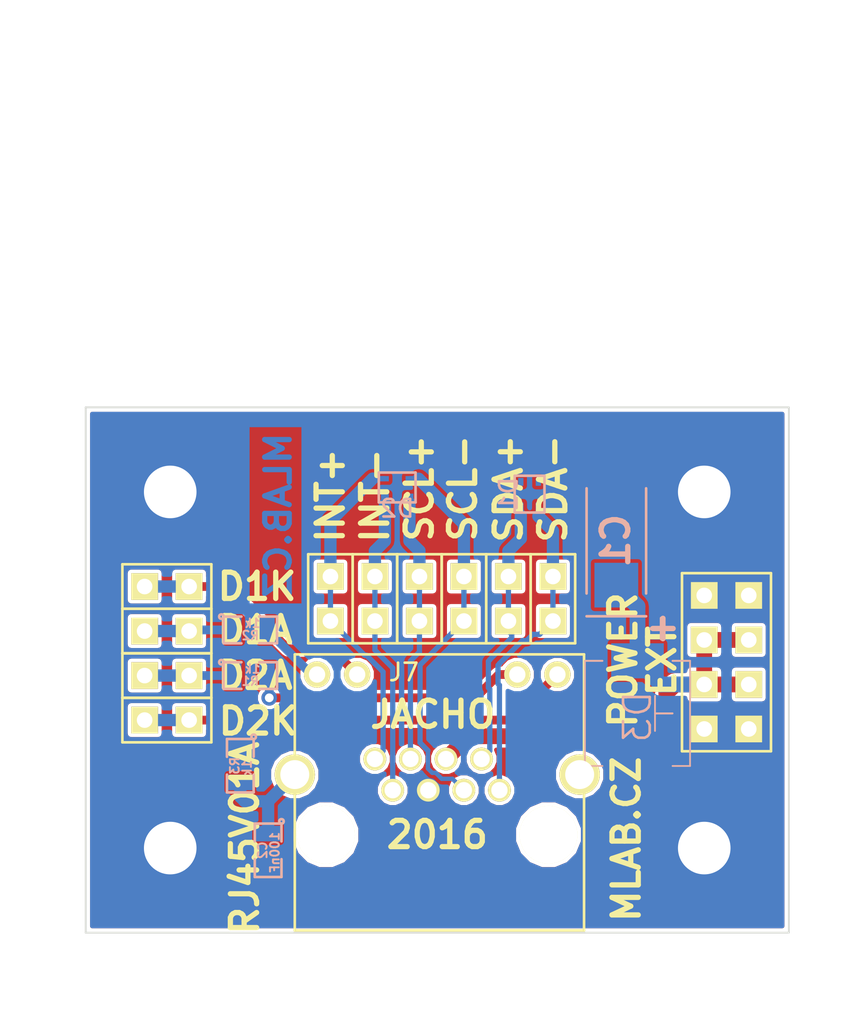
<source format=kicad_pcb>
(kicad_pcb (version 4) (host pcbnew 4.0.1-stable)

  (general
    (links 50)
    (no_connects 0)
    (area -4.6355 -53.467 44.577001 4.953001)
    (thickness 1.6)
    (drawings 21)
    (tracks 118)
    (zones 0)
    (modules 24)
    (nets 16)
  )

  (page A4)
  (layers
    (0 F.Cu signal)
    (31 B.Cu signal)
    (32 B.Adhes user)
    (33 F.Adhes user)
    (34 B.Paste user)
    (35 F.Paste user)
    (36 B.SilkS user)
    (37 F.SilkS user)
    (38 B.Mask user)
    (39 F.Mask user)
    (40 Dwgs.User user)
    (41 Cmts.User user)
    (42 Eco1.User user)
    (43 Eco2.User user)
    (44 Edge.Cuts user)
    (45 Margin user)
    (46 B.CrtYd user)
    (47 F.CrtYd user)
    (48 B.Fab user)
    (49 F.Fab user)
  )

  (setup
    (last_trace_width 0.25)
    (user_trace_width 0.25)
    (user_trace_width 0.3)
    (user_trace_width 0.4)
    (user_trace_width 0.5)
    (user_trace_width 0.6)
    (user_trace_width 0.7)
    (user_trace_width 0.8)
    (user_trace_width 0.9)
    (trace_clearance 0.2)
    (zone_clearance 0.2)
    (zone_45_only no)
    (trace_min 0.2)
    (segment_width 0.2)
    (edge_width 0.1)
    (via_size 0.89)
    (via_drill 0.5)
    (via_min_size 0.89)
    (via_min_drill 0.3)
    (uvia_size 0.3)
    (uvia_drill 0.127)
    (uvias_allowed no)
    (uvia_min_size 0.3)
    (uvia_min_drill 0.1)
    (pcb_text_width 0.3)
    (pcb_text_size 1.5 1.5)
    (mod_edge_width 0.15)
    (mod_text_size 1 1)
    (mod_text_width 0.15)
    (pad_size 6 6)
    (pad_drill 3)
    (pad_to_mask_clearance 0.12)
    (aux_axis_origin 0 0)
    (visible_elements 7FFFFF7F)
    (pcbplotparams
      (layerselection 0x010e0_80000001)
      (usegerberextensions false)
      (excludeedgelayer true)
      (linewidth 0.300000)
      (plotframeref false)
      (viasonmask false)
      (mode 1)
      (useauxorigin false)
      (hpglpennumber 1)
      (hpglpenspeed 20)
      (hpglpendiameter 15)
      (hpglpenoverlay 2)
      (psnegative false)
      (psa4output false)
      (plotreference true)
      (plotvalue true)
      (plotinvisibletext false)
      (padsonsilk false)
      (subtractmaskfromsilk false)
      (outputformat 1)
      (mirror false)
      (drillshape 0)
      (scaleselection 1)
      (outputdirectory ../CAM_PROFI/))
  )

  (net 0 "")
  (net 1 VCC)
  (net 2 GND)
  (net 3 /INT+)
  (net 4 /INT-)
  (net 5 /SCL-)
  (net 6 /SCL+)
  (net 7 /SDA+)
  (net 8 /SDA-)
  (net 9 "Net-(C2-Pad1)")
  (net 10 /D1_K)
  (net 11 /D2_K)
  (net 12 /D2_A)
  (net 13 /D1_A)
  (net 14 "Net-(J7-Pad10)")
  (net 15 "Net-(J7-Pad12)")

  (net_class Default "Toto je výchozí třída sítě."
    (clearance 0.2)
    (trace_width 0.25)
    (via_dia 0.89)
    (via_drill 0.5)
    (uvia_dia 0.3)
    (uvia_drill 0.127)
    (add_net /D1_A)
    (add_net /D1_K)
    (add_net /D2_A)
    (add_net /D2_K)
    (add_net GND)
    (add_net "Net-(C2-Pad1)")
    (add_net "Net-(J7-Pad10)")
    (add_net "Net-(J7-Pad12)")
    (add_net VCC)
  )

  (net_class dif ""
    (clearance 0.2)
    (trace_width 0.4)
    (via_dia 0.89)
    (via_drill 0.5)
    (uvia_dia 0.3)
    (uvia_drill 0.127)
    (add_net /INT+)
    (add_net /INT-)
    (add_net /SCL+)
    (add_net /SCL-)
    (add_net /SDA+)
    (add_net /SDA-)
  )

  (module Mlab_IO:SOT-553 (layer B.Cu) (tedit 568CDF02) (tstamp 56B3C818)
    (at 25.5905 -25.273 270)
    (descr SOT553)
    (path /568CF656)
    (attr smd)
    (fp_text reference D1 (at 0 1.19888 270) (layer B.SilkS)
      (effects (font (size 1 1) (thickness 0.15)) (justify mirror))
    )
    (fp_text value SP1001-04XTG (at 0 -1.34874 270) (layer B.Fab) hide
      (effects (font (size 1 1) (thickness 0.15)) (justify mirror))
    )
    (fp_line (start -1.04902 0.8509) (end 1.04902 0.8509) (layer B.SilkS) (width 0.15))
    (fp_line (start 1.04902 0.8509) (end 1.04902 -0.8509) (layer B.SilkS) (width 0.15))
    (fp_line (start 1.04902 -0.8509) (end -1.04902 -0.8509) (layer B.SilkS) (width 0.15))
    (fp_line (start -1.04902 -0.8509) (end -1.04902 0.8509) (layer B.SilkS) (width 0.15))
    (pad 1 smd rect (at -0.70104 0.50038 270) (size 0.44958 0.29972) (layers B.Cu B.Paste B.Mask))
    (pad 3 smd rect (at -0.70104 -0.50038 270) (size 0.44958 0.29972) (layers B.Cu B.Paste B.Mask))
    (pad 5 smd rect (at 0.70104 0.50038 270) (size 0.44958 0.29972) (layers B.Cu B.Paste B.Mask)
      (net 7 /SDA+))
    (pad 2 smd rect (at -0.70104 0 270) (size 0.44958 0.29972) (layers B.Cu B.Paste B.Mask)
      (net 2 GND))
    (pad 4 smd rect (at 0.70104 -0.50038 270) (size 0.44958 0.29972) (layers B.Cu B.Paste B.Mask)
      (net 8 /SDA-))
    (model TO_SOT_Packages_SMD.3dshapes/SOT-553.wrl
      (at (xyz 0 0 0))
      (scale (xyz 0.77 0.65 0.7))
      (rotate (xyz 0 0 90))
    )
  )

  (module "Mlab_CON:RJHSE-5384(RJ45)" (layer F.Cu) (tedit 56B2FDC0) (tstamp 568CB420)
    (at 13.97 -5.842)
    (path /568B891C)
    (fp_text reference J7 (at 4.445 -9.271) (layer F.SilkS)
      (effects (font (size 1 1) (thickness 0.15)))
    )
    (fp_text value RJ45_RJHSE-5384 (at 6.4516 4.1275) (layer F.Fab) hide
      (effects (font (size 1 1) (thickness 0.15)))
    )
    (fp_line (start -1.78 -10.27) (end -1.78 5.46) (layer F.SilkS) (width 0.15))
    (fp_line (start -1.78 5.46) (end 14.73 5.46) (layer F.SilkS) (width 0.15))
    (fp_line (start 14.73 5.46) (end 14.73 -10.29) (layer F.SilkS) (width 0.15))
    (fp_line (start 14.73 -10.29) (end -1.78 -10.29) (layer F.SilkS) (width 0.15))
    (pad "" np_thru_hole circle (at 0 0) (size 3.3 3.3) (drill 3.3) (layers *.Cu *.Mask F.SilkS))
    (pad "" np_thru_hole circle (at 12.7 0) (size 3.3 3.3) (drill 3.3) (layers *.Cu *.Mask F.SilkS))
    (pad 14 thru_hole circle (at 14.48 -3.43) (size 2.3 2.3) (drill 1.65) (layers *.Cu *.Mask F.SilkS))
    (pad 13 thru_hole circle (at -1.78 -3.43) (size 2.3 2.3) (drill 1.65) (layers *.Cu *.Mask F.SilkS)
      (net 9 "Net-(C2-Pad1)"))
    (pad 7 thru_hole circle (at 3.81 -2.54) (size 1.3 1.3) (drill 0.93) (layers *.Cu *.Mask F.SilkS)
      (net 4 /INT-))
    (pad 5 thru_hole circle (at 5.84 -2.54) (size 1.3 1.3) (drill 0.93) (layers *.Cu *.Mask F.SilkS)
      (net 2 GND))
    (pad 3 thru_hole circle (at 7.87 -2.54) (size 1.3 1.3) (drill 0.93) (layers *.Cu *.Mask F.SilkS)
      (net 5 /SCL-))
    (pad 1 thru_hole circle (at 9.9 -2.54) (size 1.3 1.3) (drill 0.93) (layers *.Cu *.Mask F.SilkS)
      (net 8 /SDA-))
    (pad 8 thru_hole circle (at 2.79 -4.32) (size 1.3 1.3) (drill 0.93) (layers *.Cu *.Mask F.SilkS)
      (net 3 /INT+))
    (pad 6 thru_hole circle (at 4.82 -4.32) (size 1.3 1.3) (drill 0.93) (layers *.Cu *.Mask F.SilkS)
      (net 6 /SCL+))
    (pad 4 thru_hole circle (at 6.85 -4.32) (size 1.3 1.3) (drill 0.93) (layers *.Cu *.Mask F.SilkS)
      (net 1 VCC))
    (pad 2 thru_hole circle (at 8.88 -4.32) (size 1.3 1.3) (drill 0.93) (layers *.Cu *.Mask F.SilkS)
      (net 7 /SDA+))
    (pad 9 thru_hole circle (at 13.21 -9.14) (size 1.5 1.5) (drill 0.93) (layers *.Cu *.Mask F.SilkS)
      (net 11 /D2_K))
    (pad 10 thru_hole circle (at 10.92 -9.14) (size 1.5 1.5) (drill 0.93) (layers *.Cu *.Mask F.SilkS)
      (net 14 "Net-(J7-Pad10)"))
    (pad 11 thru_hole circle (at 1.78 -9.14) (size 1.5 1.5) (drill 0.93) (layers *.Cu *.Mask F.SilkS)
      (net 10 /D1_K))
    (pad 12 thru_hole circle (at -0.51 -9.14) (size 1.5 1.5) (drill 0.93) (layers *.Cu *.Mask F.SilkS)
      (net 15 "Net-(J7-Pad12)"))
  )

  (module Mlab_Pin_Headers:Straight_2x04 (layer F.Cu) (tedit 56B0BB66) (tstamp 569349A5)
    (at 36.83 -15.6845)
    (descr "pin header straight 2x04")
    (tags "pin header straight 2x04")
    (path /56911A4A)
    (fp_text reference J1 (at 0 -6.35) (layer F.SilkS) hide
      (effects (font (size 1.5 1.5) (thickness 0.15)))
    )
    (fp_text value JUMP_4X2 (at 0 6.35) (layer F.SilkS) hide
      (effects (font (size 1.5 1.5) (thickness 0.15)))
    )
    (fp_text user 1 (at -2.921 -3.81) (layer F.SilkS) hide
      (effects (font (size 0.5 0.5) (thickness 0.05)))
    )
    (fp_line (start -2.54 -5.08) (end 2.54 -5.08) (layer F.SilkS) (width 0.15))
    (fp_line (start 2.54 -5.08) (end 2.54 5.08) (layer F.SilkS) (width 0.15))
    (fp_line (start 2.54 5.08) (end -2.54 5.08) (layer F.SilkS) (width 0.15))
    (fp_line (start -2.54 5.08) (end -2.54 -5.08) (layer F.SilkS) (width 0.15))
    (pad 1 thru_hole rect (at -1.27 -3.81) (size 1.524 1.524) (drill 0.889) (layers *.Cu *.Mask F.SilkS)
      (net 2 GND))
    (pad 2 thru_hole rect (at 1.27 -3.81) (size 1.524 1.524) (drill 0.889) (layers *.Cu *.Mask F.SilkS)
      (net 2 GND))
    (pad 3 thru_hole rect (at -1.27 -1.27) (size 1.524 1.524) (drill 0.889) (layers *.Cu *.Mask F.SilkS)
      (net 1 VCC))
    (pad 4 thru_hole rect (at 1.27 -1.27) (size 1.524 1.524) (drill 0.889) (layers *.Cu *.Mask F.SilkS)
      (net 1 VCC))
    (pad 5 thru_hole rect (at -1.27 1.27) (size 1.524 1.524) (drill 0.889) (layers *.Cu *.Mask F.SilkS)
      (net 1 VCC))
    (pad 6 thru_hole rect (at 1.27 1.27) (size 1.524 1.524) (drill 0.889) (layers *.Cu *.Mask F.SilkS)
      (net 1 VCC))
    (pad 7 thru_hole rect (at -1.27 3.81) (size 1.524 1.524) (drill 0.889) (layers *.Cu *.Mask F.SilkS)
      (net 2 GND))
    (pad 8 thru_hole rect (at 1.27 3.81) (size 1.524 1.524) (drill 0.889) (layers *.Cu *.Mask F.SilkS)
      (net 2 GND))
    (model Pin_Headers/Pin_Header_Straight_2x04.wrl
      (at (xyz 0 0 0))
      (scale (xyz 1 1 1))
      (rotate (xyz 0 0 90))
    )
  )

  (module MLAB_R:SMD-0805 (layer B.Cu) (tedit 54799E0C) (tstamp 568CB28C)
    (at 10.668 -4.953 270)
    (path /56B25436)
    (attr smd)
    (fp_text reference C2 (at 0 0.3175 270) (layer B.SilkS)
      (effects (font (size 0.50038 0.50038) (thickness 0.10922)) (justify mirror))
    )
    (fp_text value 100nF (at 0.127 -0.381 270) (layer B.SilkS)
      (effects (font (size 0.50038 0.50038) (thickness 0.10922)) (justify mirror))
    )
    (fp_circle (center -1.651 -0.762) (end -1.651 -0.635) (layer B.SilkS) (width 0.15))
    (fp_line (start -0.508 -0.762) (end -1.524 -0.762) (layer B.SilkS) (width 0.15))
    (fp_line (start -1.524 -0.762) (end -1.524 0.762) (layer B.SilkS) (width 0.15))
    (fp_line (start -1.524 0.762) (end -0.508 0.762) (layer B.SilkS) (width 0.15))
    (fp_line (start 0.508 0.762) (end 1.524 0.762) (layer B.SilkS) (width 0.15))
    (fp_line (start 1.524 0.762) (end 1.524 -0.762) (layer B.SilkS) (width 0.15))
    (fp_line (start 1.524 -0.762) (end 0.508 -0.762) (layer B.SilkS) (width 0.15))
    (pad 1 smd rect (at -0.9525 0 270) (size 0.889 1.397) (layers B.Cu B.Paste B.Mask)
      (net 9 "Net-(C2-Pad1)"))
    (pad 2 smd rect (at 0.9525 0 270) (size 0.889 1.397) (layers B.Cu B.Paste B.Mask)
      (net 2 GND))
    (model MLAB_3D/Resistors/chip_cms.wrl
      (at (xyz 0 0 0))
      (scale (xyz 0.1 0.1 0.1))
      (rotate (xyz 0 0 0))
    )
  )

  (module Mlab_Pin_Headers:Straight_2x01 (layer F.Cu) (tedit 5545E8D2) (tstamp 568CB2DD)
    (at 4.8895 -12.3825 180)
    (descr "pin header straight 2x01")
    (tags "pin header straight 2x01")
    (path /56B390C0)
    (fp_text reference J4 (at 0 -2.54 180) (layer F.SilkS) hide
      (effects (font (size 1.5 1.5) (thickness 0.15)))
    )
    (fp_text value JUMP_2x1 (at 0 2.54 180) (layer F.SilkS) hide
      (effects (font (size 1.5 1.5) (thickness 0.15)))
    )
    (fp_line (start -2.54 -1.27) (end 2.54 -1.27) (layer F.SilkS) (width 0.15))
    (fp_line (start 2.54 -1.27) (end 2.54 1.27) (layer F.SilkS) (width 0.15))
    (fp_line (start 2.54 1.27) (end -2.54 1.27) (layer F.SilkS) (width 0.15))
    (fp_line (start -2.54 1.27) (end -2.54 -1.27) (layer F.SilkS) (width 0.15))
    (pad 1 thru_hole rect (at -1.27 0 180) (size 1.524 1.524) (drill 0.889) (layers *.Cu *.Mask F.SilkS)
      (net 11 /D2_K))
    (pad 2 thru_hole rect (at 1.27 0 180) (size 1.524 1.524) (drill 0.889) (layers *.Cu *.Mask F.SilkS)
      (net 11 /D2_K))
    (model Pin_Headers/Pin_Header_Straight_2x01.wrl
      (at (xyz 0 0 0))
      (scale (xyz 1 1 1))
      (rotate (xyz 0 0 90))
    )
  )

  (module Mlab_Pin_Headers:Straight_2x01 (layer F.Cu) (tedit 5545E8D2) (tstamp 568CB2E3)
    (at 4.8895 -14.9225 180)
    (descr "pin header straight 2x01")
    (tags "pin header straight 2x01")
    (path /56B3DC2E)
    (fp_text reference J5 (at 0 -2.54 180) (layer F.SilkS) hide
      (effects (font (size 1.5 1.5) (thickness 0.15)))
    )
    (fp_text value JUMP_2x1 (at 0 2.54 180) (layer F.SilkS) hide
      (effects (font (size 1.5 1.5) (thickness 0.15)))
    )
    (fp_line (start -2.54 -1.27) (end 2.54 -1.27) (layer F.SilkS) (width 0.15))
    (fp_line (start 2.54 -1.27) (end 2.54 1.27) (layer F.SilkS) (width 0.15))
    (fp_line (start 2.54 1.27) (end -2.54 1.27) (layer F.SilkS) (width 0.15))
    (fp_line (start -2.54 1.27) (end -2.54 -1.27) (layer F.SilkS) (width 0.15))
    (pad 1 thru_hole rect (at -1.27 0 180) (size 1.524 1.524) (drill 0.889) (layers *.Cu *.Mask F.SilkS)
      (net 12 /D2_A))
    (pad 2 thru_hole rect (at 1.27 0 180) (size 1.524 1.524) (drill 0.889) (layers *.Cu *.Mask F.SilkS)
      (net 12 /D2_A))
    (model Pin_Headers/Pin_Header_Straight_2x01.wrl
      (at (xyz 0 0 0))
      (scale (xyz 1 1 1))
      (rotate (xyz 0 0 90))
    )
  )

  (module Mlab_Pin_Headers:Straight_2x01 (layer F.Cu) (tedit 5545E8D2) (tstamp 568CB2E9)
    (at 4.8895 -17.4625 180)
    (descr "pin header straight 2x01")
    (tags "pin header straight 2x01")
    (path /56B3E462)
    (fp_text reference J6 (at 0 -2.54 180) (layer F.SilkS) hide
      (effects (font (size 1.5 1.5) (thickness 0.15)))
    )
    (fp_text value JUMP_2x1 (at 0 2.54 180) (layer F.SilkS) hide
      (effects (font (size 1.5 1.5) (thickness 0.15)))
    )
    (fp_line (start -2.54 -1.27) (end 2.54 -1.27) (layer F.SilkS) (width 0.15))
    (fp_line (start 2.54 -1.27) (end 2.54 1.27) (layer F.SilkS) (width 0.15))
    (fp_line (start 2.54 1.27) (end -2.54 1.27) (layer F.SilkS) (width 0.15))
    (fp_line (start -2.54 1.27) (end -2.54 -1.27) (layer F.SilkS) (width 0.15))
    (pad 1 thru_hole rect (at -1.27 0 180) (size 1.524 1.524) (drill 0.889) (layers *.Cu *.Mask F.SilkS)
      (net 13 /D1_A))
    (pad 2 thru_hole rect (at 1.27 0 180) (size 1.524 1.524) (drill 0.889) (layers *.Cu *.Mask F.SilkS)
      (net 13 /D1_A))
    (model Pin_Headers/Pin_Header_Straight_2x01.wrl
      (at (xyz 0 0 0))
      (scale (xyz 1 1 1))
      (rotate (xyz 0 0 90))
    )
  )

  (module Mlab_Pin_Headers:Straight_2x01 (layer F.Cu) (tedit 5545E8D2) (tstamp 568CB2F5)
    (at 14.224 -19.304 90)
    (descr "pin header straight 2x01")
    (tags "pin header straight 2x01")
    (path /568D8FDE)
    (fp_text reference J8 (at 0 -2.54 90) (layer F.SilkS) hide
      (effects (font (size 1.5 1.5) (thickness 0.15)))
    )
    (fp_text value JUMP_2x1 (at 0 2.54 90) (layer F.SilkS) hide
      (effects (font (size 1.5 1.5) (thickness 0.15)))
    )
    (fp_line (start -2.54 -1.27) (end 2.54 -1.27) (layer F.SilkS) (width 0.15))
    (fp_line (start 2.54 -1.27) (end 2.54 1.27) (layer F.SilkS) (width 0.15))
    (fp_line (start 2.54 1.27) (end -2.54 1.27) (layer F.SilkS) (width 0.15))
    (fp_line (start -2.54 1.27) (end -2.54 -1.27) (layer F.SilkS) (width 0.15))
    (pad 1 thru_hole rect (at -1.27 0 90) (size 1.524 1.524) (drill 0.889) (layers *.Cu *.Mask F.SilkS)
      (net 3 /INT+))
    (pad 2 thru_hole rect (at 1.27 0 90) (size 1.524 1.524) (drill 0.889) (layers *.Cu *.Mask F.SilkS)
      (net 3 /INT+))
    (model Pin_Headers/Pin_Header_Straight_2x01.wrl
      (at (xyz 0 0 0))
      (scale (xyz 1 1 1))
      (rotate (xyz 0 0 90))
    )
  )

  (module Mlab_Pin_Headers:Straight_2x01 (layer F.Cu) (tedit 5545E8D2) (tstamp 568CB2FB)
    (at 16.764 -19.304 90)
    (descr "pin header straight 2x01")
    (tags "pin header straight 2x01")
    (path /568D9408)
    (fp_text reference J9 (at 0 -2.54 90) (layer F.SilkS) hide
      (effects (font (size 1.5 1.5) (thickness 0.15)))
    )
    (fp_text value JUMP_2x1 (at 0 2.54 90) (layer F.SilkS) hide
      (effects (font (size 1.5 1.5) (thickness 0.15)))
    )
    (fp_line (start -2.54 -1.27) (end 2.54 -1.27) (layer F.SilkS) (width 0.15))
    (fp_line (start 2.54 -1.27) (end 2.54 1.27) (layer F.SilkS) (width 0.15))
    (fp_line (start 2.54 1.27) (end -2.54 1.27) (layer F.SilkS) (width 0.15))
    (fp_line (start -2.54 1.27) (end -2.54 -1.27) (layer F.SilkS) (width 0.15))
    (pad 1 thru_hole rect (at -1.27 0 90) (size 1.524 1.524) (drill 0.889) (layers *.Cu *.Mask F.SilkS)
      (net 4 /INT-))
    (pad 2 thru_hole rect (at 1.27 0 90) (size 1.524 1.524) (drill 0.889) (layers *.Cu *.Mask F.SilkS)
      (net 4 /INT-))
    (model Pin_Headers/Pin_Header_Straight_2x01.wrl
      (at (xyz 0 0 0))
      (scale (xyz 1 1 1))
      (rotate (xyz 0 0 90))
    )
  )

  (module Mlab_Mechanical:MountingHole_3mm placed (layer F.Cu) (tedit 5535DB2C) (tstamp 568CB35E)
    (at 5.08 -25.4)
    (descr "Mounting hole, Befestigungsbohrung, 3mm, No Annular, Kein Restring,")
    (tags "Mounting hole, Befestigungsbohrung, 3mm, No Annular, Kein Restring,")
    (path /568DCC14)
    (fp_text reference M1 (at 0 -4.191) (layer F.SilkS) hide
      (effects (font (thickness 0.3048)))
    )
    (fp_text value HOLE (at 0 4.191) (layer F.SilkS) hide
      (effects (font (thickness 0.3048)))
    )
    (fp_circle (center 0 0) (end 2.99974 0) (layer Cmts.User) (width 0.381))
    (pad 1 thru_hole circle (at 0 0) (size 6 6) (drill 3) (layers *.Cu *.Adhes *.Mask)
      (net 2 GND) (clearance 1) (zone_connect 2))
  )

  (module Mlab_Mechanical:MountingHole_3mm placed (layer F.Cu) (tedit 5535DB2C) (tstamp 568CB363)
    (at 35.56 -5.08)
    (descr "Mounting hole, Befestigungsbohrung, 3mm, No Annular, Kein Restring,")
    (tags "Mounting hole, Befestigungsbohrung, 3mm, No Annular, Kein Restring,")
    (path /568DCFB0)
    (fp_text reference M2 (at 0 -4.191) (layer F.SilkS) hide
      (effects (font (thickness 0.3048)))
    )
    (fp_text value HOLE (at 0 4.191) (layer F.SilkS) hide
      (effects (font (thickness 0.3048)))
    )
    (fp_circle (center 0 0) (end 2.99974 0) (layer Cmts.User) (width 0.381))
    (pad 1 thru_hole circle (at 0 0) (size 6 6) (drill 3) (layers *.Cu *.Adhes *.Mask)
      (net 2 GND) (clearance 1) (zone_connect 2))
  )

  (module Mlab_Mechanical:MountingHole_3mm placed (layer F.Cu) (tedit 5535DB2C) (tstamp 568CB368)
    (at 5.08 -5.08)
    (descr "Mounting hole, Befestigungsbohrung, 3mm, No Annular, Kein Restring,")
    (tags "Mounting hole, Befestigungsbohrung, 3mm, No Annular, Kein Restring,")
    (path /568DD0C8)
    (fp_text reference M3 (at 0 -4.191) (layer F.SilkS) hide
      (effects (font (thickness 0.3048)))
    )
    (fp_text value HOLE (at 0 4.191) (layer F.SilkS) hide
      (effects (font (thickness 0.3048)))
    )
    (fp_circle (center 0 0) (end 2.99974 0) (layer Cmts.User) (width 0.381))
    (pad 1 thru_hole circle (at 0 0) (size 6 6) (drill 3) (layers *.Cu *.Adhes *.Mask)
      (net 2 GND) (clearance 1) (zone_connect 2))
  )

  (module Mlab_Mechanical:MountingHole_3mm placed (layer F.Cu) (tedit 5535DB2C) (tstamp 568CB36D)
    (at 35.56 -25.4)
    (descr "Mounting hole, Befestigungsbohrung, 3mm, No Annular, Kein Restring,")
    (tags "Mounting hole, Befestigungsbohrung, 3mm, No Annular, Kein Restring,")
    (path /568DD160)
    (fp_text reference M4 (at 0 -4.191) (layer F.SilkS) hide
      (effects (font (thickness 0.3048)))
    )
    (fp_text value HOLE (at 0 4.191) (layer F.SilkS) hide
      (effects (font (thickness 0.3048)))
    )
    (fp_circle (center 0 0) (end 2.99974 0) (layer Cmts.User) (width 0.381))
    (pad 1 thru_hole circle (at 0 0) (size 6 6) (drill 3) (layers *.Cu *.Adhes *.Mask)
      (net 2 GND) (clearance 1) (zone_connect 2))
  )

  (module MLAB_R:SMD-0805 (layer B.Cu) (tedit 54799E0C) (tstamp 568CB373)
    (at 9.652 -14.9225)
    (path /55C3364D)
    (attr smd)
    (fp_text reference R1 (at 0 0.3175) (layer B.SilkS)
      (effects (font (size 0.50038 0.50038) (thickness 0.10922)) (justify mirror))
    )
    (fp_text value 1k (at 0.127 -0.381) (layer B.SilkS)
      (effects (font (size 0.50038 0.50038) (thickness 0.10922)) (justify mirror))
    )
    (fp_circle (center -1.651 -0.762) (end -1.651 -0.635) (layer B.SilkS) (width 0.15))
    (fp_line (start -0.508 -0.762) (end -1.524 -0.762) (layer B.SilkS) (width 0.15))
    (fp_line (start -1.524 -0.762) (end -1.524 0.762) (layer B.SilkS) (width 0.15))
    (fp_line (start -1.524 0.762) (end -0.508 0.762) (layer B.SilkS) (width 0.15))
    (fp_line (start 0.508 0.762) (end 1.524 0.762) (layer B.SilkS) (width 0.15))
    (fp_line (start 1.524 0.762) (end 1.524 -0.762) (layer B.SilkS) (width 0.15))
    (fp_line (start 1.524 -0.762) (end 0.508 -0.762) (layer B.SilkS) (width 0.15))
    (pad 1 smd rect (at -0.9525 0) (size 0.889 1.397) (layers B.Cu B.Paste B.Mask)
      (net 12 /D2_A))
    (pad 2 smd rect (at 0.9525 0) (size 0.889 1.397) (layers B.Cu B.Paste B.Mask)
      (net 14 "Net-(J7-Pad10)"))
    (model MLAB_3D/Resistors/chip_cms.wrl
      (at (xyz 0 0 0))
      (scale (xyz 0.1 0.1 0.1))
      (rotate (xyz 0 0 0))
    )
  )

  (module MLAB_R:SMD-0805 (layer B.Cu) (tedit 54799E0C) (tstamp 568CB379)
    (at 9.652 -17.526)
    (path /55C3364C)
    (attr smd)
    (fp_text reference R2 (at 0 0.3175) (layer B.SilkS)
      (effects (font (size 0.50038 0.50038) (thickness 0.10922)) (justify mirror))
    )
    (fp_text value 1k (at 0.127 -0.381) (layer B.SilkS)
      (effects (font (size 0.50038 0.50038) (thickness 0.10922)) (justify mirror))
    )
    (fp_circle (center -1.651 -0.762) (end -1.651 -0.635) (layer B.SilkS) (width 0.15))
    (fp_line (start -0.508 -0.762) (end -1.524 -0.762) (layer B.SilkS) (width 0.15))
    (fp_line (start -1.524 -0.762) (end -1.524 0.762) (layer B.SilkS) (width 0.15))
    (fp_line (start -1.524 0.762) (end -0.508 0.762) (layer B.SilkS) (width 0.15))
    (fp_line (start 0.508 0.762) (end 1.524 0.762) (layer B.SilkS) (width 0.15))
    (fp_line (start 1.524 0.762) (end 1.524 -0.762) (layer B.SilkS) (width 0.15))
    (fp_line (start 1.524 -0.762) (end 0.508 -0.762) (layer B.SilkS) (width 0.15))
    (pad 1 smd rect (at -0.9525 0) (size 0.889 1.397) (layers B.Cu B.Paste B.Mask)
      (net 13 /D1_A))
    (pad 2 smd rect (at 0.9525 0) (size 0.889 1.397) (layers B.Cu B.Paste B.Mask)
      (net 15 "Net-(J7-Pad12)"))
    (model MLAB_3D/Resistors/chip_cms.wrl
      (at (xyz 0 0 0))
      (scale (xyz 0.1 0.1 0.1))
      (rotate (xyz 0 0 0))
    )
  )

  (module MLAB_R:SMD-0805 (layer B.Cu) (tedit 54799E0C) (tstamp 568CB37F)
    (at 9.0805 -9.779 270)
    (path /56B24B76)
    (attr smd)
    (fp_text reference R3 (at 0 0.3175 270) (layer B.SilkS)
      (effects (font (size 0.50038 0.50038) (thickness 0.10922)) (justify mirror))
    )
    (fp_text value 1k (at 0.127 -0.381 270) (layer B.SilkS)
      (effects (font (size 0.50038 0.50038) (thickness 0.10922)) (justify mirror))
    )
    (fp_circle (center -1.651 -0.762) (end -1.651 -0.635) (layer B.SilkS) (width 0.15))
    (fp_line (start -0.508 -0.762) (end -1.524 -0.762) (layer B.SilkS) (width 0.15))
    (fp_line (start -1.524 -0.762) (end -1.524 0.762) (layer B.SilkS) (width 0.15))
    (fp_line (start -1.524 0.762) (end -0.508 0.762) (layer B.SilkS) (width 0.15))
    (fp_line (start 0.508 0.762) (end 1.524 0.762) (layer B.SilkS) (width 0.15))
    (fp_line (start 1.524 0.762) (end 1.524 -0.762) (layer B.SilkS) (width 0.15))
    (fp_line (start 1.524 -0.762) (end 0.508 -0.762) (layer B.SilkS) (width 0.15))
    (pad 1 smd rect (at -0.9525 0 270) (size 0.889 1.397) (layers B.Cu B.Paste B.Mask)
      (net 2 GND))
    (pad 2 smd rect (at 0.9525 0 270) (size 0.889 1.397) (layers B.Cu B.Paste B.Mask)
      (net 9 "Net-(C2-Pad1)"))
    (model MLAB_3D/Resistors/chip_cms.wrl
      (at (xyz 0 0 0))
      (scale (xyz 0.1 0.1 0.1))
      (rotate (xyz 0 0 0))
    )
  )

  (module Mlab_Pin_Headers:Straight_1x02 (layer F.Cu) (tedit 5535DB0D) (tstamp 56B19A98)
    (at 4.8895 -20.0025 90)
    (descr "pin header straight 1x02")
    (tags "pin header straight 1x02")
    (path /56B38A0C)
    (fp_text reference J3 (at 0 -3.81 90) (layer F.SilkS) hide
      (effects (font (size 1.5 1.5) (thickness 0.15)))
    )
    (fp_text value JUMP_2x1 (at 0 3.81 90) (layer F.SilkS) hide
      (effects (font (size 1.5 1.5) (thickness 0.15)))
    )
    (fp_text user 1 (at -1.651 -1.27 90) (layer F.SilkS) hide
      (effects (font (size 0.5 0.5) (thickness 0.05)))
    )
    (fp_line (start -1.27 -2.54) (end 1.27 -2.54) (layer F.SilkS) (width 0.15))
    (fp_line (start 1.27 -2.54) (end 1.27 2.54) (layer F.SilkS) (width 0.15))
    (fp_line (start 1.27 2.54) (end -1.27 2.54) (layer F.SilkS) (width 0.15))
    (fp_line (start -1.27 2.54) (end -1.27 -2.54) (layer F.SilkS) (width 0.15))
    (pad 2 thru_hole rect (at 0 1.27 90) (size 1.524 1.524) (drill 0.889) (layers *.Cu *.Mask F.SilkS)
      (net 10 /D1_K))
    (pad 1 thru_hole rect (at 0 -1.27 90) (size 1.524 1.524) (drill 0.889) (layers *.Cu *.Mask F.SilkS)
      (net 10 /D1_K))
    (model Pin_Headers/Pin_Header_Straight_1x02.wrl
      (at (xyz 0 0 0))
      (scale (xyz 1 1 1))
      (rotate (xyz 0 0 90))
    )
  )

  (module Mlab_C:TantalC_SizeC_Reflow (layer B.Cu) (tedit 564C624B) (tstamp 56B3C489)
    (at 30.5435 -22.606 90)
    (descr "Tantal Cap. , Size C, EIA-6032, Reflow,")
    (tags "Tantal Cap. , Size C, EIA-6032, Reflow,")
    (path /568E10B3)
    (attr smd)
    (fp_text reference C1 (at 0.0127 -0.0381 90) (layer B.SilkS)
      (effects (font (thickness 0.3048)) (justify mirror))
    )
    (fp_text value 47uF (at -0.09906 -3.59918 90) (layer B.SilkS) hide
      (effects (font (thickness 0.3048)) (justify mirror))
    )
    (fp_line (start -4.30022 1.69926) (end -4.30022 -1.69926) (layer B.SilkS) (width 0.15))
    (fp_line (start 2.99974 -1.69926) (end -2.99974 -1.69926) (layer B.SilkS) (width 0.15))
    (fp_line (start 2.99974 1.69926) (end -2.99974 1.69926) (layer B.SilkS) (width 0.15))
    (fp_text user + (at -4.99872 2.55016 90) (layer B.SilkS)
      (effects (font (thickness 0.3048)) (justify mirror))
    )
    (fp_line (start -5.00126 3.05308) (end -5.00126 1.95326) (layer B.SilkS) (width 0.15))
    (fp_line (start -5.6007 2.5527) (end -4.40182 2.5527) (layer B.SilkS) (width 0.15))
    (pad 2 smd rect (at 2.52476 0 90) (size 2.55016 2.49936) (layers B.Cu B.Paste B.Mask)
      (net 2 GND))
    (pad 1 smd rect (at -2.52476 0 90) (size 2.55016 2.49936) (layers B.Cu B.Paste B.Mask)
      (net 1 VCC))
    (model MLAB_3D/Capacitors/c_tant_C.wrl
      (at (xyz 0 0 0))
      (scale (xyz 1 1 1))
      (rotate (xyz 0 0 180))
    )
  )

  (module Mlab_Pin_Headers:Straight_2x01 (layer F.Cu) (tedit 5545E8D2) (tstamp 56B3C493)
    (at 19.304 -19.304 90)
    (descr "pin header straight 2x01")
    (tags "pin header straight 2x01")
    (path /568DB005)
    (fp_text reference J10 (at 0 -2.54 90) (layer F.SilkS) hide
      (effects (font (size 1.5 1.5) (thickness 0.15)))
    )
    (fp_text value JUMP_2x1 (at 0 2.54 90) (layer F.SilkS) hide
      (effects (font (size 1.5 1.5) (thickness 0.15)))
    )
    (fp_line (start -2.54 -1.27) (end 2.54 -1.27) (layer F.SilkS) (width 0.15))
    (fp_line (start 2.54 -1.27) (end 2.54 1.27) (layer F.SilkS) (width 0.15))
    (fp_line (start 2.54 1.27) (end -2.54 1.27) (layer F.SilkS) (width 0.15))
    (fp_line (start -2.54 1.27) (end -2.54 -1.27) (layer F.SilkS) (width 0.15))
    (pad 1 thru_hole rect (at -1.27 0 90) (size 1.524 1.524) (drill 0.889) (layers *.Cu *.Mask F.SilkS)
      (net 6 /SCL+))
    (pad 2 thru_hole rect (at 1.27 0 90) (size 1.524 1.524) (drill 0.889) (layers *.Cu *.Mask F.SilkS)
      (net 6 /SCL+))
    (model Pin_Headers/Pin_Header_Straight_2x01.wrl
      (at (xyz 0 0 0))
      (scale (xyz 1 1 1))
      (rotate (xyz 0 0 90))
    )
  )

  (module Mlab_Pin_Headers:Straight_2x01 (layer F.Cu) (tedit 5545E8D2) (tstamp 56B3C49D)
    (at 21.844 -19.304 90)
    (descr "pin header straight 2x01")
    (tags "pin header straight 2x01")
    (path /568DB07B)
    (fp_text reference J11 (at 0 -2.54 90) (layer F.SilkS) hide
      (effects (font (size 1.5 1.5) (thickness 0.15)))
    )
    (fp_text value JUMP_2x1 (at 0 2.54 90) (layer F.SilkS) hide
      (effects (font (size 1.5 1.5) (thickness 0.15)))
    )
    (fp_line (start -2.54 -1.27) (end 2.54 -1.27) (layer F.SilkS) (width 0.15))
    (fp_line (start 2.54 -1.27) (end 2.54 1.27) (layer F.SilkS) (width 0.15))
    (fp_line (start 2.54 1.27) (end -2.54 1.27) (layer F.SilkS) (width 0.15))
    (fp_line (start -2.54 1.27) (end -2.54 -1.27) (layer F.SilkS) (width 0.15))
    (pad 1 thru_hole rect (at -1.27 0 90) (size 1.524 1.524) (drill 0.889) (layers *.Cu *.Mask F.SilkS)
      (net 5 /SCL-))
    (pad 2 thru_hole rect (at 1.27 0 90) (size 1.524 1.524) (drill 0.889) (layers *.Cu *.Mask F.SilkS)
      (net 5 /SCL-))
    (model Pin_Headers/Pin_Header_Straight_2x01.wrl
      (at (xyz 0 0 0))
      (scale (xyz 1 1 1))
      (rotate (xyz 0 0 90))
    )
  )

  (module Mlab_Pin_Headers:Straight_2x01 (layer F.Cu) (tedit 5545E8D2) (tstamp 56B3C4B1)
    (at 26.924 -19.304 90)
    (descr "pin header straight 2x01")
    (tags "pin header straight 2x01")
    (path /568DB2A0)
    (fp_text reference J13 (at 0 -2.54 90) (layer F.SilkS) hide
      (effects (font (size 1.5 1.5) (thickness 0.15)))
    )
    (fp_text value JUMP_2x1 (at 0 2.54 90) (layer F.SilkS) hide
      (effects (font (size 1.5 1.5) (thickness 0.15)))
    )
    (fp_line (start -2.54 -1.27) (end 2.54 -1.27) (layer F.SilkS) (width 0.15))
    (fp_line (start 2.54 -1.27) (end 2.54 1.27) (layer F.SilkS) (width 0.15))
    (fp_line (start 2.54 1.27) (end -2.54 1.27) (layer F.SilkS) (width 0.15))
    (fp_line (start -2.54 1.27) (end -2.54 -1.27) (layer F.SilkS) (width 0.15))
    (pad 1 thru_hole rect (at -1.27 0 90) (size 1.524 1.524) (drill 0.889) (layers *.Cu *.Mask F.SilkS)
      (net 8 /SDA-))
    (pad 2 thru_hole rect (at 1.27 0 90) (size 1.524 1.524) (drill 0.889) (layers *.Cu *.Mask F.SilkS)
      (net 8 /SDA-))
    (model Pin_Headers/Pin_Header_Straight_2x01.wrl
      (at (xyz 0 0 0))
      (scale (xyz 1 1 1))
      (rotate (xyz 0 0 90))
    )
  )

  (module Mlab_Pin_Headers:Straight_2x01 (layer F.Cu) (tedit 5545E8D2) (tstamp 56B3C5B8)
    (at 24.384 -19.304 90)
    (descr "pin header straight 2x01")
    (tags "pin header straight 2x01")
    (path /568DB1C8)
    (fp_text reference J12 (at 0 -2.54 90) (layer F.SilkS) hide
      (effects (font (size 1.5 1.5) (thickness 0.15)))
    )
    (fp_text value JUMP_2x1 (at 0 2.54 90) (layer F.SilkS) hide
      (effects (font (size 1.5 1.5) (thickness 0.15)))
    )
    (fp_line (start -2.54 -1.27) (end 2.54 -1.27) (layer F.SilkS) (width 0.15))
    (fp_line (start 2.54 -1.27) (end 2.54 1.27) (layer F.SilkS) (width 0.15))
    (fp_line (start 2.54 1.27) (end -2.54 1.27) (layer F.SilkS) (width 0.15))
    (fp_line (start -2.54 1.27) (end -2.54 -1.27) (layer F.SilkS) (width 0.15))
    (pad 1 thru_hole rect (at -1.27 0 90) (size 1.524 1.524) (drill 0.889) (layers *.Cu *.Mask F.SilkS)
      (net 7 /SDA+))
    (pad 2 thru_hole rect (at 1.27 0 90) (size 1.524 1.524) (drill 0.889) (layers *.Cu *.Mask F.SilkS)
      (net 7 /SDA+))
    (model Pin_Headers/Pin_Header_Straight_2x01.wrl
      (at (xyz 0 0 0))
      (scale (xyz 1 1 1))
      (rotate (xyz 0 0 90))
    )
  )

  (module Mlab_IO:SOT-553 (layer B.Cu) (tedit 568CDF02) (tstamp 56B3C825)
    (at 18.034 -25.654)
    (descr SOT553)
    (path /568CFCCB)
    (attr smd)
    (fp_text reference D2 (at 0 1.19888) (layer B.SilkS)
      (effects (font (size 1 1) (thickness 0.15)) (justify mirror))
    )
    (fp_text value SP1001-04XTG (at 0 -1.34874) (layer B.Fab) hide
      (effects (font (size 1 1) (thickness 0.15)) (justify mirror))
    )
    (fp_line (start -1.04902 0.8509) (end 1.04902 0.8509) (layer B.SilkS) (width 0.15))
    (fp_line (start 1.04902 0.8509) (end 1.04902 -0.8509) (layer B.SilkS) (width 0.15))
    (fp_line (start 1.04902 -0.8509) (end -1.04902 -0.8509) (layer B.SilkS) (width 0.15))
    (fp_line (start -1.04902 -0.8509) (end -1.04902 0.8509) (layer B.SilkS) (width 0.15))
    (pad 1 smd rect (at -0.70104 0.50038) (size 0.44958 0.29972) (layers B.Cu B.Paste B.Mask)
      (net 4 /INT-))
    (pad 3 smd rect (at -0.70104 -0.50038) (size 0.44958 0.29972) (layers B.Cu B.Paste B.Mask)
      (net 3 /INT+))
    (pad 5 smd rect (at 0.70104 0.50038) (size 0.44958 0.29972) (layers B.Cu B.Paste B.Mask)
      (net 6 /SCL+))
    (pad 2 smd rect (at -0.70104 0) (size 0.44958 0.29972) (layers B.Cu B.Paste B.Mask)
      (net 2 GND))
    (pad 4 smd rect (at 0.70104 -0.50038) (size 0.44958 0.29972) (layers B.Cu B.Paste B.Mask)
      (net 5 /SCL-))
    (model TO_SOT_Packages_SMD.3dshapes/SOT-553.wrl
      (at (xyz 0 0 0))
      (scale (xyz 0.77 0.65 0.7))
      (rotate (xyz 0 0 90))
    )
  )

  (module Mlab_D:Diode-SMC_Standard (layer B.Cu) (tedit 54799AAC) (tstamp 56B3C82B)
    (at 31.75 -12.7635 90)
    (descr "Diode SMC Standard")
    (tags "Diode SMC Standard")
    (path /568C1495)
    (attr smd)
    (fp_text reference D3 (at -0.1905 0 90) (layer B.SilkS)
      (effects (font (thickness 0.15)) (justify mirror))
    )
    (fp_text value SM15T18A (at 0 -5 90) (layer B.SilkS) hide
      (effects (font (thickness 0.15)) (justify mirror))
    )
    (fp_circle (center 0 0) (end 0 0) (layer B.Adhes) (width 0))
    (fp_circle (center 0 0) (end 0 0) (layer B.Adhes) (width 0))
    (fp_circle (center 0 0) (end 0 0) (layer B.Adhes) (width 0))
    (fp_line (start 0 1) (end 1 1) (layer B.SilkS) (width 0))
    (fp_line (start 0 1) (end -1 1) (layer B.SilkS) (width 0))
    (fp_line (start 3 -3) (end 3 -2) (layer B.SilkS) (width 0))
    (fp_line (start 3 3) (end 3 2) (layer B.SilkS) (width 0))
    (fp_line (start 3 -3) (end 3 -2) (layer B.SilkS) (width 0))
    (fp_line (start 3 3) (end 3 2) (layer B.SilkS) (width 0))
    (fp_line (start -3 -3) (end -3 -2) (layer B.SilkS) (width 0))
    (fp_line (start -3 3) (end -3 2) (layer B.SilkS) (width 0))
    (fp_line (start 0 2) (end 0 1) (layer B.SilkS) (width 0))
    (fp_line (start 0 1) (end 0 2) (layer B.SilkS) (width 0))
    (fp_line (start 0 1) (end 0 1) (layer B.SilkS) (width 0))
    (fp_line (start 0 1) (end 0 2) (layer B.SilkS) (width 0))
    (fp_line (start -3 -3) (end 3 -3) (layer B.SilkS) (width 0))
    (fp_line (start -3 3) (end 3 3) (layer B.SilkS) (width 0))
    (pad 1 smd rect (at -3 0) (size 3 2) (layers B.Cu B.Paste B.Mask)
      (net 2 GND))
    (pad 2 smd rect (at 3 0) (size 3 2) (layers B.Cu B.Paste B.Mask)
      (net 1 VCC))
    (model MLAB_3D/Diodes/SMB.wrl
      (at (xyz 0 0 0))
      (scale (xyz 0 0 0))
      (rotate (xyz 0 0 0))
    )
  )

  (gr_text D2K (at 7.6835 -12.319) (layer F.SilkS)
    (effects (font (size 1.5 1.5) (thickness 0.3)) (justify left))
  )
  (gr_text D2A (at 7.62 -14.9225) (layer F.SilkS)
    (effects (font (size 1.5 1.5) (thickness 0.3)) (justify left))
  )
  (gr_text D1A (at 7.62 -17.526) (layer F.SilkS)
    (effects (font (size 1.5 1.5) (thickness 0.3)) (justify left))
  )
  (gr_text SCL+ (at 19.304 -22.4155 90) (layer F.SilkS)
    (effects (font (size 1.5 1.5) (thickness 0.3)) (justify left))
  )
  (gr_text INT- (at 16.764 -22.352 90) (layer F.SilkS)
    (effects (font (size 1.5 1.5) (thickness 0.3)) (justify left))
  )
  (gr_text SCL- (at 21.7805 -22.4155 90) (layer F.SilkS)
    (effects (font (size 1.5 1.5) (thickness 0.3)) (justify left))
  )
  (gr_text EXT (at 33.147 -15.748 90) (layer F.SilkS)
    (effects (font (size 1.5 1.5) (thickness 0.3)))
  )
  (gr_text 2016 (at 20.32 -5.842) (layer F.SilkS)
    (effects (font (size 1.5 1.5) (thickness 0.3)))
  )
  (gr_text MLAB.CZ (at 11.2395 -24.0665 90) (layer B.Cu)
    (effects (font (size 1.4 1.5) (thickness 0.3)) (justify mirror))
  )
  (gr_text JACHO (at 20.066 -12.7) (layer F.SilkS)
    (effects (font (size 1.5 1.5) (thickness 0.3)))
  )
  (gr_text MLAB.CZ (at 31.115 -5.588 90) (layer F.SilkS)
    (effects (font (size 1.5 1.5) (thickness 0.3)))
  )
  (gr_text RJ45V01A (at 9.3345 -5.6515 90) (layer F.SilkS)
    (effects (font (size 1.5 1.5) (thickness 0.3)))
  )
  (gr_text SDA- (at 26.924 -22.352 90) (layer F.SilkS)
    (effects (font (size 1.5 1.5) (thickness 0.3)) (justify left))
  )
  (gr_text SDA+ (at 24.384 -22.352 90) (layer F.SilkS)
    (effects (font (size 1.5 1.5) (thickness 0.3)) (justify left))
  )
  (gr_text INT+ (at 14.224 -22.352 90) (layer F.SilkS)
    (effects (font (size 1.5 1.5) (thickness 0.3)) (justify left))
  )
  (gr_text POWER (at 30.9245 -15.8115 90) (layer F.SilkS)
    (effects (font (size 1.5 1.5) (thickness 0.3)))
  )
  (gr_text D1K (at 7.62 -20.0025) (layer F.SilkS)
    (effects (font (size 1.5 1.5) (thickness 0.3)) (justify left))
  )
  (gr_line (start 0.254 -30.224) (end 0.254 -0.254) (angle 90) (layer Edge.Cuts) (width 0.1))
  (gr_line (start 40.386 -30.224) (end 0.254 -30.224) (angle 90) (layer Edge.Cuts) (width 0.1))
  (gr_line (start 40.386 -0.254) (end 40.386 -30.224) (angle 90) (layer Edge.Cuts) (width 0.1))
  (gr_line (start 0.254 -0.254) (end 40.386 -0.254) (angle 90) (layer Edge.Cuts) (width 0.1))

  (segment (start 31.75 -15.7635) (end 31.75 -18.87474) (width 0.9) (layer B.Cu) (net 1))
  (segment (start 31.75 -18.87474) (end 30.5435 -20.08124) (width 0.9) (layer B.Cu) (net 1))
  (segment (start 35.56 -14.4145) (end 33.099 -14.4145) (width 0.9) (layer B.Cu) (net 1))
  (segment (start 33.099 -14.4145) (end 31.75 -15.7635) (width 0.9) (layer B.Cu) (net 1))
  (segment (start 35.56 -16.9545) (end 38.1 -16.9545) (width 0.9) (layer F.Cu) (net 1))
  (segment (start 35.56 -14.4145) (end 35.56 -16.9545) (width 0.9) (layer F.Cu) (net 1))
  (segment (start 35.56 -14.4145) (end 38.1 -14.4145) (width 0.9) (layer F.Cu) (net 1))
  (segment (start 20.82 -10.162) (end 22.120001 -11.462001) (width 0.9) (layer F.Cu) (net 1))
  (segment (start 22.120001 -11.462001) (end 32.290001 -11.462001) (width 0.9) (layer F.Cu) (net 1))
  (segment (start 32.290001 -11.462001) (end 33.401 -12.573) (width 0.9) (layer F.Cu) (net 1))
  (segment (start 33.401 -12.573) (end 33.401 -13.9175) (width 0.9) (layer F.Cu) (net 1))
  (segment (start 33.401 -13.9175) (end 33.898 -14.4145) (width 0.9) (layer F.Cu) (net 1))
  (segment (start 33.898 -14.4145) (end 35.56 -14.4145) (width 0.9) (layer F.Cu) (net 1))
  (segment (start 14.224 -20.574) (end 14.224 -23.749) (width 0.7) (layer B.Cu) (net 3))
  (segment (start 14.224 -23.749) (end 16.637 -26.162) (width 0.7) (layer B.Cu) (net 3))
  (segment (start 16.80055 -26.162) (end 16.637 -26.162) (width 0.3) (layer B.Cu) (net 3))
  (segment (start 17.33296 -26.15438) (end 16.80817 -26.15438) (width 0.3) (layer B.Cu) (net 3))
  (segment (start 16.80817 -26.15438) (end 16.80055 -26.162) (width 0.3) (layer B.Cu) (net 3))
  (segment (start 14.224 -18.034) (end 14.224 -20.574) (width 0.3) (layer B.Cu) (net 3))
  (segment (start 16.76 -10.162) (end 17.230001 -10.632001) (width 0.3) (layer B.Cu) (net 3))
  (segment (start 16.175999 -16.082001) (end 14.224 -18.034) (width 0.3) (layer B.Cu) (net 3))
  (segment (start 17.230001 -10.632001) (end 17.230001 -15.130001) (width 0.3) (layer B.Cu) (net 3))
  (segment (start 17.230001 -15.130001) (end 16.278001 -16.082001) (width 0.3) (layer B.Cu) (net 3))
  (segment (start 16.278001 -16.082001) (end 16.175999 -16.082001) (width 0.3) (layer B.Cu) (net 3))
  (segment (start 16.764 -20.574) (end 16.764 -22.036) (width 0.7) (layer B.Cu) (net 4))
  (segment (start 17.33296 -22.60496) (end 17.33296 -24.70376) (width 0.7) (layer B.Cu) (net 4))
  (segment (start 16.764 -22.036) (end 17.33296 -22.60496) (width 0.7) (layer B.Cu) (net 4))
  (segment (start 17.33296 -25.15362) (end 17.33296 -24.70376) (width 0.3) (layer B.Cu) (net 4))
  (segment (start 17.33296 -24.70376) (end 17.3355 -24.70122) (width 0.3) (layer B.Cu) (net 4))
  (segment (start 17.33296 -21.14296) (end 16.764 -20.574) (width 0.3) (layer B.Cu) (net 4))
  (segment (start 16.764 -18.034) (end 16.764 -20.574) (width 0.3) (layer B.Cu) (net 4))
  (segment (start 17.78 -15.357806) (end 16.764 -16.373806) (width 0.3) (layer B.Cu) (net 4))
  (segment (start 16.764 -16.373806) (end 16.764 -18.034) (width 0.3) (layer B.Cu) (net 4))
  (segment (start 17.78 -8.382) (end 17.78 -15.357806) (width 0.3) (layer B.Cu) (net 4))
  (segment (start 21.844 -20.574) (end 21.844 -23.57021) (width 0.7) (layer B.Cu) (net 5))
  (segment (start 21.844 -23.57021) (end 19.25983 -26.15438) (width 0.7) (layer B.Cu) (net 5))
  (segment (start 18.73504 -26.15438) (end 19.25983 -26.15438) (width 0.3) (layer B.Cu) (net 5))
  (segment (start 19.25983 -26.15438) (end 19.26745 -26.162) (width 0.3) (layer B.Cu) (net 5))
  (segment (start 21.844 -18.034) (end 21.844 -20.574) (width 0.3) (layer B.Cu) (net 5))
  (segment (start 19.790001 -10.642001) (end 19.790001 -9.618119) (width 0.25) (layer B.Cu) (net 5))
  (segment (start 19.790001 -9.618119) (end 20.033581 -9.374539) (width 0.25) (layer B.Cu) (net 5))
  (segment (start 20.033581 -9.374539) (end 20.236781 -9.374539) (width 0.25) (layer B.Cu) (net 5))
  (segment (start 21.84 -8.382) (end 21.190001 -9.031999) (width 0.25) (layer B.Cu) (net 5))
  (segment (start 21.190001 -9.031999) (end 20.579321 -9.031999) (width 0.25) (layer B.Cu) (net 5))
  (segment (start 20.579321 -9.031999) (end 20.236781 -9.374539) (width 0.25) (layer B.Cu) (net 5))
  (segment (start 19.339999 -11.092003) (end 19.790001 -10.642001) (width 0.3) (layer B.Cu) (net 5))
  (segment (start 19.339999 -15.529999) (end 19.339999 -11.092003) (width 0.3) (layer B.Cu) (net 5))
  (segment (start 19.339999 -15.529999) (end 19.692908 -15.882908) (width 0.3) (layer B.Cu) (net 5))
  (segment (start 19.692908 -15.882908) (end 21.844 -18.034) (width 0.3) (layer B.Cu) (net 5))
  (segment (start 19.304 -20.574) (end 19.304 -22.036) (width 0.7) (layer B.Cu) (net 6))
  (segment (start 19.304 -22.036) (end 18.73504 -22.60496) (width 0.7) (layer B.Cu) (net 6))
  (segment (start 18.73504 -22.60496) (end 18.73504 -24.76754) (width 0.7) (layer B.Cu) (net 6))
  (segment (start 18.73504 -25.15362) (end 18.73504 -24.76754) (width 0.3) (layer B.Cu) (net 6))
  (segment (start 19.304 -18.034) (end 19.304 -20.574) (width 0.3) (layer B.Cu) (net 6))
  (segment (start 18.79 -15.757817) (end 19.304 -16.271817) (width 0.3) (layer B.Cu) (net 6))
  (segment (start 18.79 -10.162) (end 18.79 -15.757817) (width 0.3) (layer B.Cu) (net 6))
  (segment (start 19.304 -16.271817) (end 19.304 -18.034) (width 0.3) (layer B.Cu) (net 6))
  (segment (start 24.384 -18.034) (end 24.384 -17.4625) (width 0.3) (layer B.Cu) (net 7))
  (segment (start 23.240009 -14.226185) (end 23.320001 -14.146193) (width 0.3) (layer B.Cu) (net 7))
  (segment (start 24.384 -17.4625) (end 24.5745 -17.272) (width 0.3) (layer B.Cu) (net 7))
  (segment (start 23.320001 -15.834909) (end 23.320001 -15.817807) (width 0.3) (layer B.Cu) (net 7))
  (segment (start 24.5745 -17.272) (end 24.5745 -17.089408) (width 0.3) (layer B.Cu) (net 7))
  (segment (start 24.5745 -17.089408) (end 23.320001 -15.834909) (width 0.3) (layer B.Cu) (net 7))
  (segment (start 23.320001 -15.817807) (end 23.240008 -15.737814) (width 0.3) (layer B.Cu) (net 7))
  (segment (start 23.240008 -15.737814) (end 23.240009 -14.226185) (width 0.3) (layer B.Cu) (net 7))
  (segment (start 23.320001 -14.146193) (end 23.320001 -10.632001) (width 0.3) (layer B.Cu) (net 7))
  (segment (start 23.320001 -10.632001) (end 22.85 -10.162) (width 0.3) (layer B.Cu) (net 7))
  (segment (start 24.384 -20.574) (end 24.384 -22.036) (width 0.7) (layer B.Cu) (net 7))
  (segment (start 24.384 -22.036) (end 25.09012 -22.74212) (width 0.7) (layer B.Cu) (net 7))
  (segment (start 25.09012 -22.74212) (end 25.09012 -24.04717) (width 0.7) (layer B.Cu) (net 7))
  (segment (start 25.09012 -24.57196) (end 25.09012 -24.04717) (width 0.3) (layer B.Cu) (net 7))
  (segment (start 25.09012 -24.04717) (end 25.0825 -24.03955) (width 0.3) (layer B.Cu) (net 7))
  (segment (start 22.85238 -10.15962) (end 22.85 -10.162) (width 0.3) (layer B.Cu) (net 7))
  (segment (start 24.384 -18.034) (end 24.384 -20.574) (width 0.3) (layer B.Cu) (net 7))
  (segment (start 26.924 -18.034) (end 26.162 -17.272) (width 0.3) (layer B.Cu) (net 8))
  (segment (start 26.162 -17.272) (end 25.776002 -17.272) (width 0.3) (layer B.Cu) (net 8))
  (segment (start 23.87 -15.607092) (end 23.87 -15.590002) (width 0.3) (layer B.Cu) (net 8))
  (segment (start 25.776002 -17.272) (end 25.426001 -16.921999) (width 0.3) (layer B.Cu) (net 8))
  (segment (start 25.426001 -16.921999) (end 25.184907 -16.921999) (width 0.3) (layer B.Cu) (net 8))
  (segment (start 23.87 -15.590002) (end 23.789999 -15.510001) (width 0.3) (layer B.Cu) (net 8))
  (segment (start 25.184907 -16.921999) (end 23.87 -15.607092) (width 0.3) (layer B.Cu) (net 8))
  (segment (start 23.789999 -15.510001) (end 23.789999 -14.453999) (width 0.3) (layer B.Cu) (net 8))
  (segment (start 23.789999 -14.453999) (end 23.87 -14.373998) (width 0.3) (layer B.Cu) (net 8))
  (segment (start 23.87 -14.373998) (end 23.87 -10.632) (width 0.3) (layer B.Cu) (net 8))
  (segment (start 23.87 -10.632) (end 23.87 -8.382) (width 0.3) (layer B.Cu) (net 8))
  (segment (start 26.924 -20.574) (end 26.924 -23.1775) (width 0.7) (layer B.Cu) (net 8))
  (segment (start 26.924 -23.1775) (end 26.09088 -24.01062) (width 0.7) (layer B.Cu) (net 8))
  (segment (start 26.09088 -24.57196) (end 26.09088 -24.01062) (width 0.3) (layer B.Cu) (net 8))
  (segment (start 26.924 -18.034) (end 26.924 -20.574) (width 0.3) (layer B.Cu) (net 8))
  (segment (start 9.3315 -7.75) (end 9.0805 -8.001) (width 0.7) (layer B.Cu) (net 9))
  (segment (start 9.0805 -8.001) (end 9.0805 -8.8265) (width 0.7) (layer B.Cu) (net 9))
  (segment (start 10.668 -7.75) (end 9.3315 -7.75) (width 0.7) (layer B.Cu) (net 9))
  (segment (start 10.668 -5.9055) (end 10.668 -7.75) (width 0.7) (layer B.Cu) (net 9))
  (segment (start 10.668 -7.75) (end 12.19 -9.272) (width 0.7) (layer B.Cu) (net 9))
  (segment (start 11.7445 -8.8265) (end 12.19 -9.272) (width 0.7) (layer B.Cu) (net 9))
  (segment (start 3.6195 -20.0025) (end 6.1595 -20.0025) (width 0.7) (layer B.Cu) (net 10))
  (segment (start 11.811 -16.4465) (end 8.255 -20.0025) (width 0.5) (layer F.Cu) (net 10))
  (segment (start 8.255 -20.0025) (end 6.1595 -20.0025) (width 0.5) (layer F.Cu) (net 10))
  (segment (start 14.2855 -16.4465) (end 11.811 -16.4465) (width 0.5) (layer F.Cu) (net 10))
  (segment (start 15.75 -14.982) (end 14.2855 -16.4465) (width 0.5) (layer F.Cu) (net 10))
  (segment (start 3.6195 -12.3825) (end 6.1595 -12.3825) (width 0.7) (layer B.Cu) (net 11))
  (segment (start 24.4475 -12.3825) (end 6.1595 -12.3825) (width 0.5) (layer F.Cu) (net 11))
  (segment (start 27.18 -14.982) (end 24.5805 -12.3825) (width 0.5) (layer F.Cu) (net 11))
  (segment (start 24.5805 -12.3825) (end 24.4475 -12.3825) (width 0.5) (layer F.Cu) (net 11))
  (segment (start 3.6195 -14.9225) (end 6.1595 -14.9225) (width 0.7) (layer B.Cu) (net 12))
  (segment (start 8.6995 -14.9225) (end 6.1595 -14.9225) (width 0.5) (layer B.Cu) (net 12))
  (segment (start 3.6195 -17.4625) (end 6.1595 -17.4625) (width 0.7) (layer B.Cu) (net 13))
  (segment (start 8.6995 -17.526) (end 6.223 -17.526) (width 0.5) (layer B.Cu) (net 13))
  (segment (start 6.223 -17.526) (end 6.1595 -17.4625) (width 0.5) (layer B.Cu) (net 13))
  (segment (start 24.89 -14.982) (end 23.82934 -14.982) (width 0.5) (layer F.Cu) (net 14))
  (segment (start 23.82934 -14.982) (end 22.49984 -13.6525) (width 0.5) (layer F.Cu) (net 14))
  (segment (start 11.155764 -13.6525) (end 10.7315 -13.6525) (width 0.5) (layer F.Cu) (net 14))
  (segment (start 22.49984 -13.6525) (end 11.155764 -13.6525) (width 0.5) (layer F.Cu) (net 14))
  (segment (start 10.7315 -13.6525) (end 10.7315 -14.7955) (width 0.5) (layer B.Cu) (net 14))
  (segment (start 10.7315 -14.7955) (end 10.6045 -14.9225) (width 0.5) (layer B.Cu) (net 14))
  (via (at 10.7315 -13.6525) (size 0.89) (drill 0.5) (layers F.Cu B.Cu) (net 14))
  (segment (start 13.46 -14.982) (end 13.1485 -14.982) (width 0.5) (layer B.Cu) (net 15))
  (segment (start 13.1485 -14.982) (end 10.6045 -17.526) (width 0.5) (layer B.Cu) (net 15))

  (zone (net 2) (net_name GND) (layer B.Cu) (tstamp 568CF22D) (hatch edge 0.508)
    (connect_pads yes (clearance 0.2))
    (min_thickness 0.254)
    (fill yes (arc_segments 16) (thermal_gap 0.508) (thermal_bridge_width 0.508))
    (polygon
      (pts
        (xy 41.91 -51.7525) (xy 41.529 0.8255) (xy -2.7305 2.794) (xy -1.4605 -51.6255)
      )
    )
    (filled_polygon
      (pts
        (xy 40.009 -0.631) (xy 0.631 -0.631) (xy 0.631 -9.271) (xy 8.048594 -9.271) (xy 8.048594 -8.382)
        (xy 8.071395 -8.260821) (xy 8.143012 -8.149526) (xy 8.252286 -8.074862) (xy 8.382 -8.048594) (xy 8.4035 -8.048594)
        (xy 8.4035 -8.001) (xy 8.455034 -7.741923) (xy 8.601789 -7.522289) (xy 8.852789 -7.271288) (xy 9.072424 -7.124533)
        (xy 9.3315 -7.073) (xy 9.991 -7.073) (xy 9.991 -6.683406) (xy 9.9695 -6.683406) (xy 9.848321 -6.660605)
        (xy 9.737026 -6.588988) (xy 9.662362 -6.479714) (xy 9.636094 -6.35) (xy 9.636094 -5.461) (xy 9.658895 -5.339821)
        (xy 9.730512 -5.228526) (xy 9.839786 -5.153862) (xy 9.9695 -5.127594) (xy 11.3665 -5.127594) (xy 11.487679 -5.150395)
        (xy 11.598974 -5.222012) (xy 11.673638 -5.331286) (xy 11.697774 -5.450476) (xy 11.992657 -5.450476) (xy 12.293003 -4.723582)
        (xy 12.848657 -4.166958) (xy 13.575025 -3.865344) (xy 14.361524 -3.864657) (xy 15.088418 -4.165003) (xy 15.645042 -4.720657)
        (xy 15.946656 -5.447025) (xy 15.946659 -5.450476) (xy 24.692657 -5.450476) (xy 24.993003 -4.723582) (xy 25.548657 -4.166958)
        (xy 26.275025 -3.865344) (xy 27.061524 -3.864657) (xy 27.788418 -4.165003) (xy 28.345042 -4.720657) (xy 28.646656 -5.447025)
        (xy 28.647343 -6.233524) (xy 28.346997 -6.960418) (xy 27.791343 -7.517042) (xy 27.064975 -7.818656) (xy 26.278476 -7.819343)
        (xy 25.551582 -7.518997) (xy 24.994958 -6.963343) (xy 24.693344 -6.236975) (xy 24.692657 -5.450476) (xy 15.946659 -5.450476)
        (xy 15.947343 -6.233524) (xy 15.646997 -6.960418) (xy 15.091343 -7.517042) (xy 14.364975 -7.818656) (xy 13.578476 -7.819343)
        (xy 12.851582 -7.518997) (xy 12.294958 -6.963343) (xy 11.993344 -6.236975) (xy 11.992657 -5.450476) (xy 11.697774 -5.450476)
        (xy 11.699906 -5.461) (xy 11.699906 -6.35) (xy 11.677105 -6.471179) (xy 11.605488 -6.582474) (xy 11.496214 -6.657138)
        (xy 11.3665 -6.683406) (xy 11.345 -6.683406) (xy 11.345 -7.469578) (xy 11.736472 -7.86105) (xy 11.894918 -7.795257)
        (xy 12.482505 -7.794744) (xy 13.02556 -8.01913) (xy 13.441409 -8.434254) (xy 13.666743 -8.976918) (xy 13.667256 -9.564505)
        (xy 13.44287 -10.10756) (xy 13.027746 -10.523409) (xy 12.485082 -10.748743) (xy 11.897495 -10.749256) (xy 11.35444 -10.52487)
        (xy 10.938591 -10.109746) (xy 10.713257 -9.567082) (xy 10.712744 -8.979495) (xy 10.779211 -8.818633) (xy 10.387578 -8.427)
        (xy 10.112406 -8.427) (xy 10.112406 -9.271) (xy 10.089605 -9.392179) (xy 10.017988 -9.503474) (xy 9.908714 -9.578138)
        (xy 9.779 -9.604406) (xy 8.382 -9.604406) (xy 8.260821 -9.581605) (xy 8.149526 -9.509988) (xy 8.074862 -9.400714)
        (xy 8.048594 -9.271) (xy 0.631 -9.271) (xy 0.631 -13.1445) (xy 2.524094 -13.1445) (xy 2.524094 -11.6205)
        (xy 2.546895 -11.499321) (xy 2.618512 -11.388026) (xy 2.727786 -11.313362) (xy 2.8575 -11.287094) (xy 4.3815 -11.287094)
        (xy 4.502679 -11.309895) (xy 4.613974 -11.381512) (xy 4.688638 -11.490786) (xy 4.714906 -11.6205) (xy 4.714906 -11.7055)
        (xy 5.064094 -11.7055) (xy 5.064094 -11.6205) (xy 5.086895 -11.499321) (xy 5.158512 -11.388026) (xy 5.267786 -11.313362)
        (xy 5.3975 -11.287094) (xy 6.9215 -11.287094) (xy 7.042679 -11.309895) (xy 7.153974 -11.381512) (xy 7.228638 -11.490786)
        (xy 7.254906 -11.6205) (xy 7.254906 -13.1445) (xy 7.232105 -13.265679) (xy 7.160488 -13.376974) (xy 7.051214 -13.451638)
        (xy 6.9215 -13.477906) (xy 5.3975 -13.477906) (xy 5.276321 -13.455105) (xy 5.165026 -13.383488) (xy 5.090362 -13.274214)
        (xy 5.064094 -13.1445) (xy 5.064094 -13.0595) (xy 4.714906 -13.0595) (xy 4.714906 -13.1445) (xy 4.692105 -13.265679)
        (xy 4.620488 -13.376974) (xy 4.511214 -13.451638) (xy 4.3815 -13.477906) (xy 2.8575 -13.477906) (xy 2.736321 -13.455105)
        (xy 2.625026 -13.383488) (xy 2.550362 -13.274214) (xy 2.524094 -13.1445) (xy 0.631 -13.1445) (xy 0.631 -15.6845)
        (xy 2.524094 -15.6845) (xy 2.524094 -14.1605) (xy 2.546895 -14.039321) (xy 2.618512 -13.928026) (xy 2.727786 -13.853362)
        (xy 2.8575 -13.827094) (xy 4.3815 -13.827094) (xy 4.502679 -13.849895) (xy 4.613974 -13.921512) (xy 4.688638 -14.030786)
        (xy 4.714906 -14.1605) (xy 4.714906 -14.2455) (xy 5.064094 -14.2455) (xy 5.064094 -14.1605) (xy 5.086895 -14.039321)
        (xy 5.158512 -13.928026) (xy 5.267786 -13.853362) (xy 5.3975 -13.827094) (xy 6.9215 -13.827094) (xy 7.042679 -13.849895)
        (xy 7.153974 -13.921512) (xy 7.228638 -14.030786) (xy 7.254906 -14.1605) (xy 7.254906 -14.3455) (xy 7.921594 -14.3455)
        (xy 7.921594 -14.224) (xy 7.944395 -14.102821) (xy 8.016012 -13.991526) (xy 8.125286 -13.916862) (xy 8.255 -13.890594)
        (xy 9.144 -13.890594) (xy 9.265179 -13.913395) (xy 9.376474 -13.985012) (xy 9.451138 -14.094286) (xy 9.477406 -14.224)
        (xy 9.477406 -15.621) (xy 9.826594 -15.621) (xy 9.826594 -14.224) (xy 9.849395 -14.102821) (xy 9.921012 -13.991526)
        (xy 10.010872 -13.930127) (xy 9.959635 -13.806734) (xy 9.959367 -13.499613) (xy 10.076649 -13.215769) (xy 10.293626 -12.998412)
        (xy 10.577266 -12.880635) (xy 10.884387 -12.880367) (xy 11.168231 -12.997649) (xy 11.385588 -13.214626) (xy 11.503365 -13.498266)
        (xy 11.503633 -13.805387) (xy 11.386351 -14.089231) (xy 11.360382 -14.115245) (xy 11.382406 -14.224) (xy 11.382406 -15.621)
        (xy 11.359605 -15.742179) (xy 11.287988 -15.853474) (xy 11.178714 -15.928138) (xy 11.049 -15.954406) (xy 10.16 -15.954406)
        (xy 10.038821 -15.931605) (xy 9.927526 -15.859988) (xy 9.852862 -15.750714) (xy 9.826594 -15.621) (xy 9.477406 -15.621)
        (xy 9.454605 -15.742179) (xy 9.382988 -15.853474) (xy 9.273714 -15.928138) (xy 9.144 -15.954406) (xy 8.255 -15.954406)
        (xy 8.133821 -15.931605) (xy 8.022526 -15.859988) (xy 7.947862 -15.750714) (xy 7.921594 -15.621) (xy 7.921594 -15.4995)
        (xy 7.254906 -15.4995) (xy 7.254906 -15.6845) (xy 7.232105 -15.805679) (xy 7.160488 -15.916974) (xy 7.051214 -15.991638)
        (xy 6.9215 -16.017906) (xy 5.3975 -16.017906) (xy 5.276321 -15.995105) (xy 5.165026 -15.923488) (xy 5.090362 -15.814214)
        (xy 5.064094 -15.6845) (xy 5.064094 -15.5995) (xy 4.714906 -15.5995) (xy 4.714906 -15.6845) (xy 4.692105 -15.805679)
        (xy 4.620488 -15.916974) (xy 4.511214 -15.991638) (xy 4.3815 -16.017906) (xy 2.8575 -16.017906) (xy 2.736321 -15.995105)
        (xy 2.625026 -15.923488) (xy 2.550362 -15.814214) (xy 2.524094 -15.6845) (xy 0.631 -15.6845) (xy 0.631 -18.2245)
        (xy 2.524094 -18.2245) (xy 2.524094 -16.7005) (xy 2.546895 -16.579321) (xy 2.618512 -16.468026) (xy 2.727786 -16.393362)
        (xy 2.8575 -16.367094) (xy 4.3815 -16.367094) (xy 4.502679 -16.389895) (xy 4.613974 -16.461512) (xy 4.688638 -16.570786)
        (xy 4.714906 -16.7005) (xy 4.714906 -16.7855) (xy 5.064094 -16.7855) (xy 5.064094 -16.7005) (xy 5.086895 -16.579321)
        (xy 5.158512 -16.468026) (xy 5.267786 -16.393362) (xy 5.3975 -16.367094) (xy 6.9215 -16.367094) (xy 7.042679 -16.389895)
        (xy 7.153974 -16.461512) (xy 7.228638 -16.570786) (xy 7.254906 -16.7005) (xy 7.254906 -16.949) (xy 7.921594 -16.949)
        (xy 7.921594 -16.8275) (xy 7.944395 -16.706321) (xy 8.016012 -16.595026) (xy 8.125286 -16.520362) (xy 8.255 -16.494094)
        (xy 9.144 -16.494094) (xy 9.265179 -16.516895) (xy 9.376474 -16.588512) (xy 9.451138 -16.697786) (xy 9.477406 -16.8275)
        (xy 9.477406 -18.2245) (xy 9.826594 -18.2245) (xy 9.826594 -16.8275) (xy 9.849395 -16.706321) (xy 9.921012 -16.595026)
        (xy 10.030286 -16.520362) (xy 10.16 -16.494094) (xy 10.820404 -16.494094) (xy 12.382955 -14.931544) (xy 12.382813 -14.768711)
        (xy 12.546431 -14.372725) (xy 12.849132 -14.069496) (xy 13.244832 -13.905187) (xy 13.673289 -13.904813) (xy 14.069275 -14.068431)
        (xy 14.372504 -14.371132) (xy 14.536813 -14.766832) (xy 14.537187 -15.195289) (xy 14.373569 -15.591275) (xy 14.070868 -15.894504)
        (xy 13.675168 -16.058813) (xy 13.246711 -16.059187) (xy 12.992395 -15.954106) (xy 11.382406 -17.564096) (xy 11.382406 -18.2245)
        (xy 11.359605 -18.345679) (xy 11.287988 -18.456974) (xy 11.178714 -18.531638) (xy 11.049 -18.557906) (xy 10.16 -18.557906)
        (xy 10.038821 -18.535105) (xy 9.927526 -18.463488) (xy 9.852862 -18.354214) (xy 9.826594 -18.2245) (xy 9.477406 -18.2245)
        (xy 9.454605 -18.345679) (xy 9.382988 -18.456974) (xy 9.273714 -18.531638) (xy 9.144 -18.557906) (xy 8.255 -18.557906)
        (xy 8.133821 -18.535105) (xy 8.022526 -18.463488) (xy 7.947862 -18.354214) (xy 7.921594 -18.2245) (xy 7.921594 -18.103)
        (xy 7.254906 -18.103) (xy 7.254906 -18.2245) (xy 7.232105 -18.345679) (xy 7.160488 -18.456974) (xy 7.051214 -18.531638)
        (xy 6.9215 -18.557906) (xy 5.3975 -18.557906) (xy 5.276321 -18.535105) (xy 5.165026 -18.463488) (xy 5.090362 -18.354214)
        (xy 5.064094 -18.2245) (xy 5.064094 -18.1395) (xy 4.714906 -18.1395) (xy 4.714906 -18.2245) (xy 4.692105 -18.345679)
        (xy 4.620488 -18.456974) (xy 4.511214 -18.531638) (xy 4.3815 -18.557906) (xy 2.8575 -18.557906) (xy 2.736321 -18.535105)
        (xy 2.625026 -18.463488) (xy 2.550362 -18.354214) (xy 2.524094 -18.2245) (xy 0.631 -18.2245) (xy 0.631 -20.7645)
        (xy 2.524094 -20.7645) (xy 2.524094 -19.2405) (xy 2.546895 -19.119321) (xy 2.618512 -19.008026) (xy 2.727786 -18.933362)
        (xy 2.8575 -18.907094) (xy 4.3815 -18.907094) (xy 4.502679 -18.929895) (xy 4.613974 -19.001512) (xy 4.688638 -19.110786)
        (xy 4.714906 -19.2405) (xy 4.714906 -19.3255) (xy 5.064094 -19.3255) (xy 5.064094 -19.2405) (xy 5.086895 -19.119321)
        (xy 5.158512 -19.008026) (xy 5.267786 -18.933362) (xy 5.3975 -18.907094) (xy 6.9215 -18.907094) (xy 7.042679 -18.929895)
        (xy 7.153974 -19.001512) (xy 7.228638 -19.110786) (xy 7.254906 -19.2405) (xy 7.254906 -20.7645) (xy 7.232105 -20.885679)
        (xy 7.160488 -20.996974) (xy 7.051214 -21.071638) (xy 6.9215 -21.097906) (xy 5.3975 -21.097906) (xy 5.276321 -21.075105)
        (xy 5.165026 -21.003488) (xy 5.090362 -20.894214) (xy 5.064094 -20.7645) (xy 5.064094 -20.6795) (xy 4.714906 -20.6795)
        (xy 4.714906 -20.7645) (xy 4.692105 -20.885679) (xy 4.620488 -20.996974) (xy 4.511214 -21.071638) (xy 4.3815 -21.097906)
        (xy 2.8575 -21.097906) (xy 2.736321 -21.075105) (xy 2.625026 -21.003488) (xy 2.550362 -20.894214) (xy 2.524094 -20.7645)
        (xy 0.631 -20.7645) (xy 0.631 -29.222072) (xy 9.4825 -29.222072) (xy 9.4825 -18.910929) (xy 12.6965 -18.910929)
        (xy 12.6965 -21.336) (xy 13.128594 -21.336) (xy 13.128594 -19.812) (xy 13.151395 -19.690821) (xy 13.223012 -19.579526)
        (xy 13.332286 -19.504862) (xy 13.462 -19.478594) (xy 13.747 -19.478594) (xy 13.747 -19.129406) (xy 13.462 -19.129406)
        (xy 13.340821 -19.106605) (xy 13.229526 -19.034988) (xy 13.154862 -18.925714) (xy 13.128594 -18.796) (xy 13.128594 -17.272)
        (xy 13.151395 -17.150821) (xy 13.223012 -17.039526) (xy 13.332286 -16.964862) (xy 13.462 -16.938594) (xy 14.644826 -16.938594)
        (xy 15.527881 -16.055539) (xy 15.140725 -15.895569) (xy 14.837496 -15.592868) (xy 14.673187 -15.197168) (xy 14.672813 -14.768711)
        (xy 14.836431 -14.372725) (xy 15.139132 -14.069496) (xy 15.534832 -13.905187) (xy 15.963289 -13.904813) (xy 16.359275 -14.068431)
        (xy 16.662504 -14.371132) (xy 16.753001 -14.589073) (xy 16.753001 -11.139007) (xy 16.566515 -11.13917) (xy 16.207297 -10.990744)
        (xy 15.932222 -10.716149) (xy 15.78317 -10.35719) (xy 15.78283 -9.968515) (xy 15.931256 -9.609297) (xy 16.205851 -9.334222)
        (xy 16.56481 -9.18517) (xy 16.953485 -9.18483) (xy 17.303 -9.329247) (xy 17.303 -9.242024) (xy 17.227297 -9.210744)
        (xy 16.952222 -8.936149) (xy 16.80317 -8.57719) (xy 16.80283 -8.188515) (xy 16.951256 -7.829297) (xy 17.225851 -7.554222)
        (xy 17.58481 -7.40517) (xy 17.973485 -7.40483) (xy 18.332703 -7.553256) (xy 18.607778 -7.827851) (xy 18.75683 -8.18681)
        (xy 18.75717 -8.575485) (xy 18.608744 -8.934703) (xy 18.334149 -9.209778) (xy 18.257 -9.241813) (xy 18.257 -9.32544)
        (xy 18.59481 -9.18517) (xy 18.983485 -9.18483) (xy 19.342703 -9.333256) (xy 19.40537 -9.395814) (xy 19.470389 -9.298507)
        (xy 19.713969 -9.054927) (xy 19.860608 -8.956945) (xy 20.033581 -8.922539) (xy 20.049557 -8.922539) (xy 20.259709 -8.712387)
        (xy 20.406348 -8.614405) (xy 20.579321 -8.579999) (xy 20.864336 -8.579999) (xy 20.86317 -8.57719) (xy 20.86283 -8.188515)
        (xy 21.011256 -7.829297) (xy 21.285851 -7.554222) (xy 21.64481 -7.40517) (xy 22.033485 -7.40483) (xy 22.392703 -7.553256)
        (xy 22.667778 -7.827851) (xy 22.81683 -8.18681) (xy 22.81717 -8.575485) (xy 22.668744 -8.934703) (xy 22.394149 -9.209778)
        (xy 22.03519 -9.35883) (xy 21.646515 -9.35917) (xy 21.544292 -9.316932) (xy 21.509613 -9.351611) (xy 21.438614 -9.399052)
        (xy 21.647778 -9.607851) (xy 21.79683 -9.96681) (xy 21.796831 -9.968515) (xy 21.87283 -9.968515) (xy 22.021256 -9.609297)
        (xy 22.295851 -9.334222) (xy 22.65481 -9.18517) (xy 23.043485 -9.18483) (xy 23.393 -9.329247) (xy 23.393 -9.242024)
        (xy 23.317297 -9.210744) (xy 23.042222 -8.936149) (xy 22.89317 -8.57719) (xy 22.89283 -8.188515) (xy 23.041256 -7.829297)
        (xy 23.315851 -7.554222) (xy 23.67481 -7.40517) (xy 24.063485 -7.40483) (xy 24.422703 -7.553256) (xy 24.697778 -7.827851)
        (xy 24.84683 -8.18681) (xy 24.84717 -8.575485) (xy 24.698744 -8.934703) (xy 24.654031 -8.979495) (xy 26.972744 -8.979495)
        (xy 27.19713 -8.43644) (xy 27.612254 -8.020591) (xy 28.154918 -7.795257) (xy 28.742505 -7.794744) (xy 29.28556 -8.01913)
        (xy 29.701409 -8.434254) (xy 29.926743 -8.976918) (xy 29.927256 -9.564505) (xy 29.70287 -10.10756) (xy 29.287746 -10.523409)
        (xy 28.745082 -10.748743) (xy 28.157495 -10.749256) (xy 27.61444 -10.52487) (xy 27.198591 -10.109746) (xy 26.973257 -9.567082)
        (xy 26.972744 -8.979495) (xy 24.654031 -8.979495) (xy 24.424149 -9.209778) (xy 24.347 -9.241813) (xy 24.347 -14.041315)
        (xy 24.674832 -13.905187) (xy 25.103289 -13.904813) (xy 25.499275 -14.068431) (xy 25.802504 -14.371132) (xy 25.966813 -14.766832)
        (xy 25.966814 -14.768711) (xy 26.102813 -14.768711) (xy 26.266431 -14.372725) (xy 26.569132 -14.069496) (xy 26.964832 -13.905187)
        (xy 27.393289 -13.904813) (xy 27.789275 -14.068431) (xy 28.092504 -14.371132) (xy 28.256813 -14.766832) (xy 28.257187 -15.195289)
        (xy 28.093569 -15.591275) (xy 27.790868 -15.894504) (xy 27.395168 -16.058813) (xy 26.966711 -16.059187) (xy 26.570725 -15.895569)
        (xy 26.267496 -15.592868) (xy 26.103187 -15.197168) (xy 26.102813 -14.768711) (xy 25.966814 -14.768711) (xy 25.967187 -15.195289)
        (xy 25.803569 -15.591275) (xy 25.500868 -15.894504) (xy 25.105168 -16.058813) (xy 24.996396 -16.058908) (xy 25.382487 -16.444999)
        (xy 25.426001 -16.444999) (xy 25.608541 -16.481308) (xy 25.763291 -16.584709) (xy 25.973582 -16.795) (xy 26.162 -16.795)
        (xy 26.34454 -16.831309) (xy 26.49929 -16.93471) (xy 26.503174 -16.938594) (xy 27.686 -16.938594) (xy 27.807179 -16.961395)
        (xy 27.918474 -17.033012) (xy 27.993138 -17.142286) (xy 28.019406 -17.272) (xy 28.019406 -18.796) (xy 27.996605 -18.917179)
        (xy 27.924988 -19.028474) (xy 27.815714 -19.103138) (xy 27.686 -19.129406) (xy 27.401 -19.129406) (xy 27.401 -19.478594)
        (xy 27.686 -19.478594) (xy 27.807179 -19.501395) (xy 27.918474 -19.573012) (xy 27.993138 -19.682286) (xy 28.019406 -19.812)
        (xy 28.019406 -21.336) (xy 28.015583 -21.35632) (xy 28.960414 -21.35632) (xy 28.960414 -18.80616) (xy 28.983215 -18.684981)
        (xy 29.054832 -18.573686) (xy 29.164106 -18.499022) (xy 29.29382 -18.472754) (xy 30.973 -18.472754) (xy 30.973 -17.096906)
        (xy 30.25 -17.096906) (xy 30.128821 -17.074105) (xy 30.017526 -17.002488) (xy 29.942862 -16.893214) (xy 29.916594 -16.7635)
        (xy 29.916594 -14.7635) (xy 29.939395 -14.642321) (xy 30.011012 -14.531026) (xy 30.120286 -14.456362) (xy 30.25 -14.430094)
        (xy 31.984562 -14.430094) (xy 32.549578 -13.865078) (xy 32.801655 -13.696646) (xy 33.099 -13.6375) (xy 34.467416 -13.6375)
        (xy 34.487395 -13.531321) (xy 34.559012 -13.420026) (xy 34.668286 -13.345362) (xy 34.798 -13.319094) (xy 36.322 -13.319094)
        (xy 36.443179 -13.341895) (xy 36.554474 -13.413512) (xy 36.629138 -13.522786) (xy 36.655406 -13.6525) (xy 36.655406 -15.1765)
        (xy 37.004594 -15.1765) (xy 37.004594 -13.6525) (xy 37.027395 -13.531321) (xy 37.099012 -13.420026) (xy 37.208286 -13.345362)
        (xy 37.338 -13.319094) (xy 38.862 -13.319094) (xy 38.983179 -13.341895) (xy 39.094474 -13.413512) (xy 39.169138 -13.522786)
        (xy 39.195406 -13.6525) (xy 39.195406 -15.1765) (xy 39.172605 -15.297679) (xy 39.100988 -15.408974) (xy 38.991714 -15.483638)
        (xy 38.862 -15.509906) (xy 37.338 -15.509906) (xy 37.216821 -15.487105) (xy 37.105526 -15.415488) (xy 37.030862 -15.306214)
        (xy 37.004594 -15.1765) (xy 36.655406 -15.1765) (xy 36.632605 -15.297679) (xy 36.560988 -15.408974) (xy 36.451714 -15.483638)
        (xy 36.322 -15.509906) (xy 34.798 -15.509906) (xy 34.676821 -15.487105) (xy 34.565526 -15.415488) (xy 34.490862 -15.306214)
        (xy 34.467632 -15.1915) (xy 33.583406 -15.1915) (xy 33.583406 -16.7635) (xy 33.560605 -16.884679) (xy 33.488988 -16.995974)
        (xy 33.379714 -17.070638) (xy 33.25 -17.096906) (xy 32.527 -17.096906) (xy 32.527 -17.7165) (xy 34.464594 -17.7165)
        (xy 34.464594 -16.1925) (xy 34.487395 -16.071321) (xy 34.559012 -15.960026) (xy 34.668286 -15.885362) (xy 34.798 -15.859094)
        (xy 36.322 -15.859094) (xy 36.443179 -15.881895) (xy 36.554474 -15.953512) (xy 36.629138 -16.062786) (xy 36.655406 -16.1925)
        (xy 36.655406 -17.7165) (xy 37.004594 -17.7165) (xy 37.004594 -16.1925) (xy 37.027395 -16.071321) (xy 37.099012 -15.960026)
        (xy 37.208286 -15.885362) (xy 37.338 -15.859094) (xy 38.862 -15.859094) (xy 38.983179 -15.881895) (xy 39.094474 -15.953512)
        (xy 39.169138 -16.062786) (xy 39.195406 -16.1925) (xy 39.195406 -17.7165) (xy 39.172605 -17.837679) (xy 39.100988 -17.948974)
        (xy 38.991714 -18.023638) (xy 38.862 -18.049906) (xy 37.338 -18.049906) (xy 37.216821 -18.027105) (xy 37.105526 -17.955488)
        (xy 37.030862 -17.846214) (xy 37.004594 -17.7165) (xy 36.655406 -17.7165) (xy 36.632605 -17.837679) (xy 36.560988 -17.948974)
        (xy 36.451714 -18.023638) (xy 36.322 -18.049906) (xy 34.798 -18.049906) (xy 34.676821 -18.027105) (xy 34.565526 -17.955488)
        (xy 34.490862 -17.846214) (xy 34.464594 -17.7165) (xy 32.527 -17.7165) (xy 32.527 -18.87474) (xy 32.467854 -19.172085)
        (xy 32.299422 -19.424162) (xy 32.126586 -19.596998) (xy 32.126586 -21.35632) (xy 32.103785 -21.477499) (xy 32.032168 -21.588794)
        (xy 31.922894 -21.663458) (xy 31.79318 -21.689726) (xy 29.29382 -21.689726) (xy 29.172641 -21.666925) (xy 29.061346 -21.595308)
        (xy 28.986682 -21.486034) (xy 28.960414 -21.35632) (xy 28.015583 -21.35632) (xy 27.996605 -21.457179) (xy 27.924988 -21.568474)
        (xy 27.815714 -21.643138) (xy 27.686 -21.669406) (xy 27.601 -21.669406) (xy 27.601 -23.1775) (xy 27.582543 -23.270289)
        (xy 27.549467 -23.436576) (xy 27.402712 -23.656211) (xy 26.574146 -24.484776) (xy 26.574146 -24.79675) (xy 26.551345 -24.917929)
        (xy 26.479728 -25.029224) (xy 26.370454 -25.103888) (xy 26.24074 -25.130156) (xy 25.94102 -25.130156) (xy 25.819841 -25.107355)
        (xy 25.708546 -25.035738) (xy 25.633882 -24.926464) (xy 25.607614 -24.79675) (xy 25.607614 -24.482514) (xy 25.602711 -24.475176)
        (xy 25.573386 -24.519064) (xy 25.573386 -24.79675) (xy 25.550585 -24.917929) (xy 25.478968 -25.029224) (xy 25.369694 -25.103888)
        (xy 25.23998 -25.130156) (xy 24.94026 -25.130156) (xy 24.819081 -25.107355) (xy 24.707786 -25.035738) (xy 24.633122 -24.926464)
        (xy 24.606854 -24.79675) (xy 24.606854 -24.519064) (xy 24.464654 -24.306247) (xy 24.41312 -24.04717) (xy 24.41312 -23.022543)
        (xy 23.905289 -22.514711) (xy 23.758534 -22.295077) (xy 23.707 -22.036) (xy 23.707 -21.669406) (xy 23.622 -21.669406)
        (xy 23.500821 -21.646605) (xy 23.389526 -21.574988) (xy 23.314862 -21.465714) (xy 23.288594 -21.336) (xy 23.288594 -19.812)
        (xy 23.311395 -19.690821) (xy 23.383012 -19.579526) (xy 23.492286 -19.504862) (xy 23.622 -19.478594) (xy 23.907 -19.478594)
        (xy 23.907 -19.129406) (xy 23.622 -19.129406) (xy 23.500821 -19.106605) (xy 23.389526 -19.034988) (xy 23.314862 -18.925714)
        (xy 23.288594 -18.796) (xy 23.288594 -17.272) (xy 23.311395 -17.150821) (xy 23.383012 -17.039526) (xy 23.492286 -16.964862)
        (xy 23.622 -16.938594) (xy 23.749106 -16.938594) (xy 22.982711 -16.172199) (xy 22.948273 -16.120659) (xy 22.902718 -16.075104)
        (xy 22.799317 -15.920354) (xy 22.763008 -15.737814) (xy 22.763009 -14.226185) (xy 22.799318 -14.043645) (xy 22.843001 -13.978269)
        (xy 22.843001 -11.139007) (xy 22.656515 -11.13917) (xy 22.297297 -10.990744) (xy 22.022222 -10.716149) (xy 21.87317 -10.35719)
        (xy 21.87283 -9.968515) (xy 21.796831 -9.968515) (xy 21.79717 -10.355485) (xy 21.648744 -10.714703) (xy 21.374149 -10.989778)
        (xy 21.01519 -11.13883) (xy 20.626515 -11.13917) (xy 20.267297 -10.990744) (xy 20.17872 -10.902322) (xy 20.127291 -10.979291)
        (xy 19.816999 -11.289583) (xy 19.816999 -15.332419) (xy 21.423174 -16.938594) (xy 22.606 -16.938594) (xy 22.727179 -16.961395)
        (xy 22.838474 -17.033012) (xy 22.913138 -17.142286) (xy 22.939406 -17.272) (xy 22.939406 -18.796) (xy 22.916605 -18.917179)
        (xy 22.844988 -19.028474) (xy 22.735714 -19.103138) (xy 22.606 -19.129406) (xy 22.321 -19.129406) (xy 22.321 -19.478594)
        (xy 22.606 -19.478594) (xy 22.727179 -19.501395) (xy 22.838474 -19.573012) (xy 22.913138 -19.682286) (xy 22.939406 -19.812)
        (xy 22.939406 -21.336) (xy 22.916605 -21.457179) (xy 22.844988 -21.568474) (xy 22.735714 -21.643138) (xy 22.606 -21.669406)
        (xy 22.521 -21.669406) (xy 22.521 -23.57021) (xy 22.469466 -23.829287) (xy 22.322711 -24.048921) (xy 20.172802 -26.19883)
        (xy 24.606854 -26.19883) (xy 24.606854 -25.74925) (xy 24.629655 -25.628071) (xy 24.701272 -25.516776) (xy 24.810546 -25.442112)
        (xy 24.94026 -25.415844) (xy 25.23998 -25.415844) (xy 25.361159 -25.438645) (xy 25.472454 -25.510262) (xy 25.547118 -25.619536)
        (xy 25.573386 -25.74925) (xy 25.573386 -26.19883) (xy 25.607614 -26.19883) (xy 25.607614 -25.74925) (xy 25.630415 -25.628071)
        (xy 25.702032 -25.516776) (xy 25.811306 -25.442112) (xy 25.94102 -25.415844) (xy 26.24074 -25.415844) (xy 26.361919 -25.438645)
        (xy 26.473214 -25.510262) (xy 26.547878 -25.619536) (xy 26.574146 -25.74925) (xy 26.574146 -26.19883) (xy 26.551345 -26.320009)
        (xy 26.479728 -26.431304) (xy 26.370454 -26.505968) (xy 26.24074 -26.532236) (xy 25.94102 -26.532236) (xy 25.819841 -26.509435)
        (xy 25.708546 -26.437818) (xy 25.633882 -26.328544) (xy 25.607614 -26.19883) (xy 25.573386 -26.19883) (xy 25.550585 -26.320009)
        (xy 25.478968 -26.431304) (xy 25.369694 -26.505968) (xy 25.23998 -26.532236) (xy 24.94026 -26.532236) (xy 24.819081 -26.509435)
        (xy 24.707786 -26.437818) (xy 24.633122 -26.328544) (xy 24.606854 -26.19883) (xy 20.172802 -26.19883) (xy 19.738541 -26.633091)
        (xy 19.518906 -26.779846) (xy 19.25983 -26.83138) (xy 19.000754 -26.779846) (xy 18.787936 -26.637646) (xy 18.51025 -26.637646)
        (xy 18.389071 -26.614845) (xy 18.277776 -26.543228) (xy 18.203112 -26.433954) (xy 18.176844 -26.30424) (xy 18.176844 -26.00452)
        (xy 18.199645 -25.883341) (xy 18.271262 -25.772046) (xy 18.380536 -25.697382) (xy 18.51025 -25.671114) (xy 18.785674 -25.671114)
        (xy 18.819902 -25.636886) (xy 18.51025 -25.636886) (xy 18.389071 -25.614085) (xy 18.277776 -25.542468) (xy 18.203112 -25.433194)
        (xy 18.176844 -25.30348) (xy 18.176844 -25.127293) (xy 18.109574 -25.026617) (xy 18.05804 -24.76754) (xy 18.05804 -22.60496)
        (xy 18.109574 -22.345883) (xy 18.256329 -22.126249) (xy 18.627 -21.755578) (xy 18.627 -21.669406) (xy 18.542 -21.669406)
        (xy 18.420821 -21.646605) (xy 18.309526 -21.574988) (xy 18.234862 -21.465714) (xy 18.208594 -21.336) (xy 18.208594 -19.812)
        (xy 18.231395 -19.690821) (xy 18.303012 -19.579526) (xy 18.412286 -19.504862) (xy 18.542 -19.478594) (xy 18.827 -19.478594)
        (xy 18.827 -19.129406) (xy 18.542 -19.129406) (xy 18.420821 -19.106605) (xy 18.309526 -19.034988) (xy 18.234862 -18.925714)
        (xy 18.208594 -18.796) (xy 18.208594 -17.272) (xy 18.231395 -17.150821) (xy 18.303012 -17.039526) (xy 18.412286 -16.964862)
        (xy 18.542 -16.938594) (xy 18.827 -16.938594) (xy 18.827 -16.469397) (xy 18.45271 -16.095107) (xy 18.349309 -15.940357)
        (xy 18.313 -15.757817) (xy 18.313 -11.022024) (xy 18.257 -10.998885) (xy 18.257 -15.357806) (xy 18.220691 -15.540346)
        (xy 18.11729 -15.695096) (xy 17.241 -16.571386) (xy 17.241 -16.938594) (xy 17.526 -16.938594) (xy 17.647179 -16.961395)
        (xy 17.758474 -17.033012) (xy 17.833138 -17.142286) (xy 17.859406 -17.272) (xy 17.859406 -18.796) (xy 17.836605 -18.917179)
        (xy 17.764988 -19.028474) (xy 17.655714 -19.103138) (xy 17.526 -19.129406) (xy 17.241 -19.129406) (xy 17.241 -19.478594)
        (xy 17.526 -19.478594) (xy 17.647179 -19.501395) (xy 17.758474 -19.573012) (xy 17.833138 -19.682286) (xy 17.859406 -19.812)
        (xy 17.859406 -21.336) (xy 17.836605 -21.457179) (xy 17.764988 -21.568474) (xy 17.655714 -21.643138) (xy 17.526 -21.669406)
        (xy 17.441 -21.669406) (xy 17.441 -21.755578) (xy 17.811671 -22.126249) (xy 17.958426 -22.345883) (xy 18.00996 -22.60496)
        (xy 18.00996 -24.70376) (xy 17.958426 -24.962837) (xy 17.891156 -25.063513) (xy 17.891156 -25.30348) (xy 17.868355 -25.424659)
        (xy 17.796738 -25.535954) (xy 17.687464 -25.610618) (xy 17.55775 -25.636886) (xy 17.10817 -25.636886) (xy 17.060302 -25.627879)
        (xy 17.104317 -25.671894) (xy 17.10817 -25.671114) (xy 17.55775 -25.671114) (xy 17.678929 -25.693915) (xy 17.790224 -25.765532)
        (xy 17.864888 -25.874806) (xy 17.891156 -26.00452) (xy 17.891156 -26.30424) (xy 17.868355 -26.425419) (xy 17.796738 -26.536714)
        (xy 17.687464 -26.611378) (xy 17.55775 -26.637646) (xy 17.117759 -26.637646) (xy 17.115711 -26.640711) (xy 16.896076 -26.787466)
        (xy 16.637 -26.838999) (xy 16.377924 -26.787466) (xy 16.158288 -26.640711) (xy 13.745289 -24.227711) (xy 13.598534 -24.008077)
        (xy 13.547 -23.749) (xy 13.547 -21.669406) (xy 13.462 -21.669406) (xy 13.340821 -21.646605) (xy 13.229526 -21.574988)
        (xy 13.154862 -21.465714) (xy 13.128594 -21.336) (xy 12.6965 -21.336) (xy 12.6965 -29.222072) (xy 9.4825 -29.222072)
        (xy 0.631 -29.222072) (xy 0.631 -29.847) (xy 40.009 -29.847)
      )
    )
  )
  (zone (net 2) (net_name GND) (layer F.Cu) (tstamp 568CF241) (hatch edge 0.508)
    (connect_pads yes (clearance 0.2))
    (min_thickness 0.254)
    (fill yes (arc_segments 16) (thermal_gap 0.508) (thermal_bridge_width 0.508))
    (polygon
      (pts
        (xy -3.2385 -53.467) (xy 44.577 -53.213) (xy 43.18 3.2385) (xy -4.6355 4.953)
      )
    )
    (filled_polygon
      (pts
        (xy 40.009 -0.631) (xy 0.631 -0.631) (xy 0.631 -5.450476) (xy 11.992657 -5.450476) (xy 12.293003 -4.723582)
        (xy 12.848657 -4.166958) (xy 13.575025 -3.865344) (xy 14.361524 -3.864657) (xy 15.088418 -4.165003) (xy 15.645042 -4.720657)
        (xy 15.946656 -5.447025) (xy 15.946659 -5.450476) (xy 24.692657 -5.450476) (xy 24.993003 -4.723582) (xy 25.548657 -4.166958)
        (xy 26.275025 -3.865344) (xy 27.061524 -3.864657) (xy 27.788418 -4.165003) (xy 28.345042 -4.720657) (xy 28.646656 -5.447025)
        (xy 28.647343 -6.233524) (xy 28.346997 -6.960418) (xy 27.791343 -7.517042) (xy 27.064975 -7.818656) (xy 26.278476 -7.819343)
        (xy 25.551582 -7.518997) (xy 24.994958 -6.963343) (xy 24.693344 -6.236975) (xy 24.692657 -5.450476) (xy 15.946659 -5.450476)
        (xy 15.947343 -6.233524) (xy 15.646997 -6.960418) (xy 15.091343 -7.517042) (xy 14.364975 -7.818656) (xy 13.578476 -7.819343)
        (xy 12.851582 -7.518997) (xy 12.294958 -6.963343) (xy 11.993344 -6.236975) (xy 11.992657 -5.450476) (xy 0.631 -5.450476)
        (xy 0.631 -8.979495) (xy 10.712744 -8.979495) (xy 10.93713 -8.43644) (xy 11.352254 -8.020591) (xy 11.894918 -7.795257)
        (xy 12.482505 -7.794744) (xy 13.02556 -8.01913) (xy 13.19524 -8.188515) (xy 16.80283 -8.188515) (xy 16.951256 -7.829297)
        (xy 17.225851 -7.554222) (xy 17.58481 -7.40517) (xy 17.973485 -7.40483) (xy 18.332703 -7.553256) (xy 18.607778 -7.827851)
        (xy 18.75683 -8.18681) (xy 18.756831 -8.188515) (xy 20.86283 -8.188515) (xy 21.011256 -7.829297) (xy 21.285851 -7.554222)
        (xy 21.64481 -7.40517) (xy 22.033485 -7.40483) (xy 22.392703 -7.553256) (xy 22.667778 -7.827851) (xy 22.81683 -8.18681)
        (xy 22.816831 -8.188515) (xy 22.89283 -8.188515) (xy 23.041256 -7.829297) (xy 23.315851 -7.554222) (xy 23.67481 -7.40517)
        (xy 24.063485 -7.40483) (xy 24.422703 -7.553256) (xy 24.697778 -7.827851) (xy 24.84683 -8.18681) (xy 24.84717 -8.575485)
        (xy 24.698744 -8.934703) (xy 24.424149 -9.209778) (xy 24.06519 -9.35883) (xy 23.676515 -9.35917) (xy 23.317297 -9.210744)
        (xy 23.042222 -8.936149) (xy 22.89317 -8.57719) (xy 22.89283 -8.188515) (xy 22.816831 -8.188515) (xy 22.81717 -8.575485)
        (xy 22.668744 -8.934703) (xy 22.394149 -9.209778) (xy 22.03519 -9.35883) (xy 21.646515 -9.35917) (xy 21.287297 -9.210744)
        (xy 21.012222 -8.936149) (xy 20.86317 -8.57719) (xy 20.86283 -8.188515) (xy 18.756831 -8.188515) (xy 18.75717 -8.575485)
        (xy 18.608744 -8.934703) (xy 18.334149 -9.209778) (xy 17.97519 -9.35883) (xy 17.586515 -9.35917) (xy 17.227297 -9.210744)
        (xy 16.952222 -8.936149) (xy 16.80317 -8.57719) (xy 16.80283 -8.188515) (xy 13.19524 -8.188515) (xy 13.441409 -8.434254)
        (xy 13.666743 -8.976918) (xy 13.667256 -9.564505) (xy 13.500323 -9.968515) (xy 15.78283 -9.968515) (xy 15.931256 -9.609297)
        (xy 16.205851 -9.334222) (xy 16.56481 -9.18517) (xy 16.953485 -9.18483) (xy 17.312703 -9.333256) (xy 17.587778 -9.607851)
        (xy 17.73683 -9.96681) (xy 17.736831 -9.968515) (xy 17.81283 -9.968515) (xy 17.961256 -9.609297) (xy 18.235851 -9.334222)
        (xy 18.59481 -9.18517) (xy 18.983485 -9.18483) (xy 19.342703 -9.333256) (xy 19.617778 -9.607851) (xy 19.76683 -9.96681)
        (xy 19.76717 -10.355485) (xy 19.618744 -10.714703) (xy 19.344149 -10.989778) (xy 18.98519 -11.13883) (xy 18.596515 -11.13917)
        (xy 18.237297 -10.990744) (xy 17.962222 -10.716149) (xy 17.81317 -10.35719) (xy 17.81283 -9.968515) (xy 17.736831 -9.968515)
        (xy 17.73717 -10.355485) (xy 17.588744 -10.714703) (xy 17.314149 -10.989778) (xy 16.95519 -11.13883) (xy 16.566515 -11.13917)
        (xy 16.207297 -10.990744) (xy 15.932222 -10.716149) (xy 15.78317 -10.35719) (xy 15.78283 -9.968515) (xy 13.500323 -9.968515)
        (xy 13.44287 -10.10756) (xy 13.027746 -10.523409) (xy 12.485082 -10.748743) (xy 11.897495 -10.749256) (xy 11.35444 -10.52487)
        (xy 10.938591 -10.109746) (xy 10.713257 -9.567082) (xy 10.712744 -8.979495) (xy 0.631 -8.979495) (xy 0.631 -13.1445)
        (xy 2.524094 -13.1445) (xy 2.524094 -11.6205) (xy 2.546895 -11.499321) (xy 2.618512 -11.388026) (xy 2.727786 -11.313362)
        (xy 2.8575 -11.287094) (xy 4.3815 -11.287094) (xy 4.502679 -11.309895) (xy 4.613974 -11.381512) (xy 4.688638 -11.490786)
        (xy 4.714906 -11.6205) (xy 4.714906 -13.1445) (xy 4.692105 -13.265679) (xy 4.620488 -13.376974) (xy 4.511214 -13.451638)
        (xy 4.3815 -13.477906) (xy 2.8575 -13.477906) (xy 2.736321 -13.455105) (xy 2.625026 -13.383488) (xy 2.550362 -13.274214)
        (xy 2.524094 -13.1445) (xy 0.631 -13.1445) (xy 0.631 -15.6845) (xy 2.524094 -15.6845) (xy 2.524094 -14.1605)
        (xy 2.546895 -14.039321) (xy 2.618512 -13.928026) (xy 2.727786 -13.853362) (xy 2.8575 -13.827094) (xy 4.3815 -13.827094)
        (xy 4.502679 -13.849895) (xy 4.613974 -13.921512) (xy 4.688638 -14.030786) (xy 4.714906 -14.1605) (xy 4.714906 -15.6845)
        (xy 5.064094 -15.6845) (xy 5.064094 -14.1605) (xy 5.086895 -14.039321) (xy 5.158512 -13.928026) (xy 5.267786 -13.853362)
        (xy 5.3975 -13.827094) (xy 6.9215 -13.827094) (xy 7.042679 -13.849895) (xy 7.153974 -13.921512) (xy 7.228638 -14.030786)
        (xy 7.254906 -14.1605) (xy 7.254906 -15.6845) (xy 7.232105 -15.805679) (xy 7.160488 -15.916974) (xy 7.051214 -15.991638)
        (xy 6.9215 -16.017906) (xy 5.3975 -16.017906) (xy 5.276321 -15.995105) (xy 5.165026 -15.923488) (xy 5.090362 -15.814214)
        (xy 5.064094 -15.6845) (xy 4.714906 -15.6845) (xy 4.692105 -15.805679) (xy 4.620488 -15.916974) (xy 4.511214 -15.991638)
        (xy 4.3815 -16.017906) (xy 2.8575 -16.017906) (xy 2.736321 -15.995105) (xy 2.625026 -15.923488) (xy 2.550362 -15.814214)
        (xy 2.524094 -15.6845) (xy 0.631 -15.6845) (xy 0.631 -18.2245) (xy 2.524094 -18.2245) (xy 2.524094 -16.7005)
        (xy 2.546895 -16.579321) (xy 2.618512 -16.468026) (xy 2.727786 -16.393362) (xy 2.8575 -16.367094) (xy 4.3815 -16.367094)
        (xy 4.502679 -16.389895) (xy 4.613974 -16.461512) (xy 4.688638 -16.570786) (xy 4.714906 -16.7005) (xy 4.714906 -18.2245)
        (xy 5.064094 -18.2245) (xy 5.064094 -16.7005) (xy 5.086895 -16.579321) (xy 5.158512 -16.468026) (xy 5.267786 -16.393362)
        (xy 5.3975 -16.367094) (xy 6.9215 -16.367094) (xy 7.042679 -16.389895) (xy 7.153974 -16.461512) (xy 7.228638 -16.570786)
        (xy 7.254906 -16.7005) (xy 7.254906 -18.2245) (xy 7.232105 -18.345679) (xy 7.160488 -18.456974) (xy 7.051214 -18.531638)
        (xy 6.9215 -18.557906) (xy 5.3975 -18.557906) (xy 5.276321 -18.535105) (xy 5.165026 -18.463488) (xy 5.090362 -18.354214)
        (xy 5.064094 -18.2245) (xy 4.714906 -18.2245) (xy 4.692105 -18.345679) (xy 4.620488 -18.456974) (xy 4.511214 -18.531638)
        (xy 4.3815 -18.557906) (xy 2.8575 -18.557906) (xy 2.736321 -18.535105) (xy 2.625026 -18.463488) (xy 2.550362 -18.354214)
        (xy 2.524094 -18.2245) (xy 0.631 -18.2245) (xy 0.631 -20.7645) (xy 2.524094 -20.7645) (xy 2.524094 -19.2405)
        (xy 2.546895 -19.119321) (xy 2.618512 -19.008026) (xy 2.727786 -18.933362) (xy 2.8575 -18.907094) (xy 4.3815 -18.907094)
        (xy 4.502679 -18.929895) (xy 4.613974 -19.001512) (xy 4.688638 -19.110786) (xy 4.714906 -19.2405) (xy 4.714906 -20.7645)
        (xy 5.064094 -20.7645) (xy 5.064094 -19.2405) (xy 5.086895 -19.119321) (xy 5.158512 -19.008026) (xy 5.267786 -18.933362)
        (xy 5.3975 -18.907094) (xy 6.9215 -18.907094) (xy 7.042679 -18.929895) (xy 7.153974 -19.001512) (xy 7.228638 -19.110786)
        (xy 7.254906 -19.2405) (xy 7.254906 -19.4255) (xy 8.015998 -19.4255) (xy 11.402997 -16.038502) (xy 11.402999 -16.038499)
        (xy 11.515213 -15.963521) (xy 11.590191 -15.913422) (xy 11.811 -15.8695) (xy 12.824611 -15.8695) (xy 12.547496 -15.592868)
        (xy 12.383187 -15.197168) (xy 12.382813 -14.768711) (xy 12.546431 -14.372725) (xy 12.689407 -14.2295) (xy 11.246327 -14.2295)
        (xy 11.169374 -14.306588) (xy 10.885734 -14.424365) (xy 10.578613 -14.424633) (xy 10.294769 -14.307351) (xy 10.077412 -14.090374)
        (xy 9.959635 -13.806734) (xy 9.959367 -13.499613) (xy 10.076649 -13.215769) (xy 10.293626 -12.998412) (xy 10.387337 -12.9595)
        (xy 7.254906 -12.9595) (xy 7.254906 -13.1445) (xy 7.232105 -13.265679) (xy 7.160488 -13.376974) (xy 7.051214 -13.451638)
        (xy 6.9215 -13.477906) (xy 5.3975 -13.477906) (xy 5.276321 -13.455105) (xy 5.165026 -13.383488) (xy 5.090362 -13.274214)
        (xy 5.064094 -13.1445) (xy 5.064094 -11.6205) (xy 5.086895 -11.499321) (xy 5.158512 -11.388026) (xy 5.267786 -11.313362)
        (xy 5.3975 -11.287094) (xy 6.9215 -11.287094) (xy 7.042679 -11.309895) (xy 7.153974 -11.381512) (xy 7.228638 -11.490786)
        (xy 7.254906 -11.6205) (xy 7.254906 -11.8055) (xy 21.364656 -11.8055) (xy 20.698263 -11.139107) (xy 20.626515 -11.13917)
        (xy 20.267297 -10.990744) (xy 19.992222 -10.716149) (xy 19.84317 -10.35719) (xy 19.84283 -9.968515) (xy 19.991256 -9.609297)
        (xy 20.265851 -9.334222) (xy 20.62481 -9.18517) (xy 21.013485 -9.18483) (xy 21.372703 -9.333256) (xy 21.647778 -9.607851)
        (xy 21.79683 -9.96681) (xy 21.796894 -10.04005) (xy 21.872959 -10.116115) (xy 21.87283 -9.968515) (xy 22.021256 -9.609297)
        (xy 22.295851 -9.334222) (xy 22.65481 -9.18517) (xy 23.043485 -9.18483) (xy 23.402703 -9.333256) (xy 23.677778 -9.607851)
        (xy 23.82683 -9.96681) (xy 23.82717 -10.355485) (xy 23.691017 -10.685001) (xy 28.001986 -10.685001) (xy 27.61444 -10.52487)
        (xy 27.198591 -10.109746) (xy 26.973257 -9.567082) (xy 26.972744 -8.979495) (xy 27.19713 -8.43644) (xy 27.612254 -8.020591)
        (xy 28.154918 -7.795257) (xy 28.742505 -7.794744) (xy 29.28556 -8.01913) (xy 29.701409 -8.434254) (xy 29.926743 -8.976918)
        (xy 29.927256 -9.564505) (xy 29.70287 -10.10756) (xy 29.287746 -10.523409) (xy 28.89859 -10.685001) (xy 32.290001 -10.685001)
        (xy 32.587346 -10.744147) (xy 32.839423 -10.912579) (xy 33.950422 -12.023578) (xy 34.118854 -12.275655) (xy 34.178 -12.573)
        (xy 34.178 -13.595656) (xy 34.219844 -13.6375) (xy 34.467416 -13.6375) (xy 34.487395 -13.531321) (xy 34.559012 -13.420026)
        (xy 34.668286 -13.345362) (xy 34.798 -13.319094) (xy 36.322 -13.319094) (xy 36.443179 -13.341895) (xy 36.554474 -13.413512)
        (xy 36.629138 -13.522786) (xy 36.652368 -13.6375) (xy 37.007416 -13.6375) (xy 37.027395 -13.531321) (xy 37.099012 -13.420026)
        (xy 37.208286 -13.345362) (xy 37.338 -13.319094) (xy 38.862 -13.319094) (xy 38.983179 -13.341895) (xy 39.094474 -13.413512)
        (xy 39.169138 -13.522786) (xy 39.195406 -13.6525) (xy 39.195406 -15.1765) (xy 39.172605 -15.297679) (xy 39.100988 -15.408974)
        (xy 38.991714 -15.483638) (xy 38.862 -15.509906) (xy 37.338 -15.509906) (xy 37.216821 -15.487105) (xy 37.105526 -15.415488)
        (xy 37.030862 -15.306214) (xy 37.007632 -15.1915) (xy 36.652584 -15.1915) (xy 36.632605 -15.297679) (xy 36.560988 -15.408974)
        (xy 36.451714 -15.483638) (xy 36.337 -15.506868) (xy 36.337 -15.861916) (xy 36.443179 -15.881895) (xy 36.554474 -15.953512)
        (xy 36.629138 -16.062786) (xy 36.652368 -16.1775) (xy 37.007416 -16.1775) (xy 37.027395 -16.071321) (xy 37.099012 -15.960026)
        (xy 37.208286 -15.885362) (xy 37.338 -15.859094) (xy 38.862 -15.859094) (xy 38.983179 -15.881895) (xy 39.094474 -15.953512)
        (xy 39.169138 -16.062786) (xy 39.195406 -16.1925) (xy 39.195406 -17.7165) (xy 39.172605 -17.837679) (xy 39.100988 -17.948974)
        (xy 38.991714 -18.023638) (xy 38.862 -18.049906) (xy 37.338 -18.049906) (xy 37.216821 -18.027105) (xy 37.105526 -17.955488)
        (xy 37.030862 -17.846214) (xy 37.007632 -17.7315) (xy 36.652584 -17.7315) (xy 36.632605 -17.837679) (xy 36.560988 -17.948974)
        (xy 36.451714 -18.023638) (xy 36.322 -18.049906) (xy 34.798 -18.049906) (xy 34.676821 -18.027105) (xy 34.565526 -17.955488)
        (xy 34.490862 -17.846214) (xy 34.464594 -17.7165) (xy 34.464594 -16.1925) (xy 34.487395 -16.071321) (xy 34.559012 -15.960026)
        (xy 34.668286 -15.885362) (xy 34.783 -15.862132) (xy 34.783 -15.507084) (xy 34.676821 -15.487105) (xy 34.565526 -15.415488)
        (xy 34.490862 -15.306214) (xy 34.467632 -15.1915) (xy 33.898 -15.1915) (xy 33.600655 -15.132354) (xy 33.348578 -14.963922)
        (xy 32.851578 -14.466922) (xy 32.683146 -14.214845) (xy 32.624 -13.9175) (xy 32.624 -12.894844) (xy 31.968157 -12.239001)
        (xy 25.253003 -12.239001) (xy 26.932581 -13.918579) (xy 26.964832 -13.905187) (xy 27.393289 -13.904813) (xy 27.789275 -14.068431)
        (xy 28.092504 -14.371132) (xy 28.256813 -14.766832) (xy 28.257187 -15.195289) (xy 28.093569 -15.591275) (xy 27.790868 -15.894504)
        (xy 27.395168 -16.058813) (xy 26.966711 -16.059187) (xy 26.570725 -15.895569) (xy 26.267496 -15.592868) (xy 26.103187 -15.197168)
        (xy 26.102813 -14.768711) (xy 26.116817 -14.734819) (xy 25.837564 -14.455566) (xy 25.966813 -14.766832) (xy 25.967187 -15.195289)
        (xy 25.803569 -15.591275) (xy 25.500868 -15.894504) (xy 25.105168 -16.058813) (xy 24.676711 -16.059187) (xy 24.280725 -15.895569)
        (xy 23.977496 -15.592868) (xy 23.963433 -15.559) (xy 23.829345 -15.559) (xy 23.82934 -15.559001) (xy 23.608532 -15.515078)
        (xy 23.421339 -15.390001) (xy 22.260838 -14.2295) (xy 16.520625 -14.2295) (xy 16.662504 -14.371132) (xy 16.826813 -14.766832)
        (xy 16.827187 -15.195289) (xy 16.663569 -15.591275) (xy 16.360868 -15.894504) (xy 15.965168 -16.058813) (xy 15.536711 -16.059187)
        (xy 15.502819 -16.045183) (xy 14.693501 -16.854501) (xy 14.567646 -16.938594) (xy 14.986 -16.938594) (xy 15.107179 -16.961395)
        (xy 15.218474 -17.033012) (xy 15.293138 -17.142286) (xy 15.319406 -17.272) (xy 15.319406 -18.796) (xy 15.668594 -18.796)
        (xy 15.668594 -17.272) (xy 15.691395 -17.150821) (xy 15.763012 -17.039526) (xy 15.872286 -16.964862) (xy 16.002 -16.938594)
        (xy 17.526 -16.938594) (xy 17.647179 -16.961395) (xy 17.758474 -17.033012) (xy 17.833138 -17.142286) (xy 17.859406 -17.272)
        (xy 17.859406 -18.796) (xy 18.208594 -18.796) (xy 18.208594 -17.272) (xy 18.231395 -17.150821) (xy 18.303012 -17.039526)
        (xy 18.412286 -16.964862) (xy 18.542 -16.938594) (xy 20.066 -16.938594) (xy 20.187179 -16.961395) (xy 20.298474 -17.033012)
        (xy 20.373138 -17.142286) (xy 20.399406 -17.272) (xy 20.399406 -18.796) (xy 20.748594 -18.796) (xy 20.748594 -17.272)
        (xy 20.771395 -17.150821) (xy 20.843012 -17.039526) (xy 20.952286 -16.964862) (xy 21.082 -16.938594) (xy 22.606 -16.938594)
        (xy 22.727179 -16.961395) (xy 22.838474 -17.033012) (xy 22.913138 -17.142286) (xy 22.939406 -17.272) (xy 22.939406 -18.796)
        (xy 23.288594 -18.796) (xy 23.288594 -17.272) (xy 23.311395 -17.150821) (xy 23.383012 -17.039526) (xy 23.492286 -16.964862)
        (xy 23.622 -16.938594) (xy 25.146 -16.938594) (xy 25.267179 -16.961395) (xy 25.378474 -17.033012) (xy 25.453138 -17.142286)
        (xy 25.479406 -17.272) (xy 25.479406 -18.796) (xy 25.828594 -18.796) (xy 25.828594 -17.272) (xy 25.851395 -17.150821)
        (xy 25.923012 -17.039526) (xy 26.032286 -16.964862) (xy 26.162 -16.938594) (xy 27.686 -16.938594) (xy 27.807179 -16.961395)
        (xy 27.918474 -17.033012) (xy 27.993138 -17.142286) (xy 28.019406 -17.272) (xy 28.019406 -18.796) (xy 27.996605 -18.917179)
        (xy 27.924988 -19.028474) (xy 27.815714 -19.103138) (xy 27.686 -19.129406) (xy 26.162 -19.129406) (xy 26.040821 -19.106605)
        (xy 25.929526 -19.034988) (xy 25.854862 -18.925714) (xy 25.828594 -18.796) (xy 25.479406 -18.796) (xy 25.456605 -18.917179)
        (xy 25.384988 -19.028474) (xy 25.275714 -19.103138) (xy 25.146 -19.129406) (xy 23.622 -19.129406) (xy 23.500821 -19.106605)
        (xy 23.389526 -19.034988) (xy 23.314862 -18.925714) (xy 23.288594 -18.796) (xy 22.939406 -18.796) (xy 22.916605 -18.917179)
        (xy 22.844988 -19.028474) (xy 22.735714 -19.103138) (xy 22.606 -19.129406) (xy 21.082 -19.129406) (xy 20.960821 -19.106605)
        (xy 20.849526 -19.034988) (xy 20.774862 -18.925714) (xy 20.748594 -18.796) (xy 20.399406 -18.796) (xy 20.376605 -18.917179)
        (xy 20.304988 -19.028474) (xy 20.195714 -19.103138) (xy 20.066 -19.129406) (xy 18.542 -19.129406) (xy 18.420821 -19.106605)
        (xy 18.309526 -19.034988) (xy 18.234862 -18.925714) (xy 18.208594 -18.796) (xy 17.859406 -18.796) (xy 17.836605 -18.917179)
        (xy 17.764988 -19.028474) (xy 17.655714 -19.103138) (xy 17.526 -19.129406) (xy 16.002 -19.129406) (xy 15.880821 -19.106605)
        (xy 15.769526 -19.034988) (xy 15.694862 -18.925714) (xy 15.668594 -18.796) (xy 15.319406 -18.796) (xy 15.296605 -18.917179)
        (xy 15.224988 -19.028474) (xy 15.115714 -19.103138) (xy 14.986 -19.129406) (xy 13.462 -19.129406) (xy 13.340821 -19.106605)
        (xy 13.229526 -19.034988) (xy 13.154862 -18.925714) (xy 13.128594 -18.796) (xy 13.128594 -17.272) (xy 13.151395 -17.150821)
        (xy 13.223012 -17.039526) (xy 13.246467 -17.0235) (xy 12.050001 -17.0235) (xy 8.663001 -20.410501) (xy 8.475808 -20.535578)
        (xy 8.255 -20.579501) (xy 8.254995 -20.5795) (xy 7.254906 -20.5795) (xy 7.254906 -20.7645) (xy 7.232105 -20.885679)
        (xy 7.160488 -20.996974) (xy 7.051214 -21.071638) (xy 6.9215 -21.097906) (xy 5.3975 -21.097906) (xy 5.276321 -21.075105)
        (xy 5.165026 -21.003488) (xy 5.090362 -20.894214) (xy 5.064094 -20.7645) (xy 4.714906 -20.7645) (xy 4.692105 -20.885679)
        (xy 4.620488 -20.996974) (xy 4.511214 -21.071638) (xy 4.3815 -21.097906) (xy 2.8575 -21.097906) (xy 2.736321 -21.075105)
        (xy 2.625026 -21.003488) (xy 2.550362 -20.894214) (xy 2.524094 -20.7645) (xy 0.631 -20.7645) (xy 0.631 -21.336)
        (xy 13.128594 -21.336) (xy 13.128594 -19.812) (xy 13.151395 -19.690821) (xy 13.223012 -19.579526) (xy 13.332286 -19.504862)
        (xy 13.462 -19.478594) (xy 14.986 -19.478594) (xy 15.107179 -19.501395) (xy 15.218474 -19.573012) (xy 15.293138 -19.682286)
        (xy 15.319406 -19.812) (xy 15.319406 -21.336) (xy 15.668594 -21.336) (xy 15.668594 -19.812) (xy 15.691395 -19.690821)
        (xy 15.763012 -19.579526) (xy 15.872286 -19.504862) (xy 16.002 -19.478594) (xy 17.526 -19.478594) (xy 17.647179 -19.501395)
        (xy 17.758474 -19.573012) (xy 17.833138 -19.682286) (xy 17.859406 -19.812) (xy 17.859406 -21.336) (xy 18.208594 -21.336)
        (xy 18.208594 -19.812) (xy 18.231395 -19.690821) (xy 18.303012 -19.579526) (xy 18.412286 -19.504862) (xy 18.542 -19.478594)
        (xy 20.066 -19.478594) (xy 20.187179 -19.501395) (xy 20.298474 -19.573012) (xy 20.373138 -19.682286) (xy 20.399406 -19.812)
        (xy 20.399406 -21.336) (xy 20.748594 -21.336) (xy 20.748594 -19.812) (xy 20.771395 -19.690821) (xy 20.843012 -19.579526)
        (xy 20.952286 -19.504862) (xy 21.082 -19.478594) (xy 22.606 -19.478594) (xy 22.727179 -19.501395) (xy 22.838474 -19.573012)
        (xy 22.913138 -19.682286) (xy 22.939406 -19.812) (xy 22.939406 -21.336) (xy 23.288594 -21.336) (xy 23.288594 -19.812)
        (xy 23.311395 -19.690821) (xy 23.383012 -19.579526) (xy 23.492286 -19.504862) (xy 23.622 -19.478594) (xy 25.146 -19.478594)
        (xy 25.267179 -19.501395) (xy 25.378474 -19.573012) (xy 25.453138 -19.682286) (xy 25.479406 -19.812) (xy 25.479406 -21.336)
        (xy 25.828594 -21.336) (xy 25.828594 -19.812) (xy 25.851395 -19.690821) (xy 25.923012 -19.579526) (xy 26.032286 -19.504862)
        (xy 26.162 -19.478594) (xy 27.686 -19.478594) (xy 27.807179 -19.501395) (xy 27.918474 -19.573012) (xy 27.993138 -19.682286)
        (xy 28.019406 -19.812) (xy 28.019406 -21.336) (xy 27.996605 -21.457179) (xy 27.924988 -21.568474) (xy 27.815714 -21.643138)
        (xy 27.686 -21.669406) (xy 26.162 -21.669406) (xy 26.040821 -21.646605) (xy 25.929526 -21.574988) (xy 25.854862 -21.465714)
        (xy 25.828594 -21.336) (xy 25.479406 -21.336) (xy 25.456605 -21.457179) (xy 25.384988 -21.568474) (xy 25.275714 -21.643138)
        (xy 25.146 -21.669406) (xy 23.622 -21.669406) (xy 23.500821 -21.646605) (xy 23.389526 -21.574988) (xy 23.314862 -21.465714)
        (xy 23.288594 -21.336) (xy 22.939406 -21.336) (xy 22.916605 -21.457179) (xy 22.844988 -21.568474) (xy 22.735714 -21.643138)
        (xy 22.606 -21.669406) (xy 21.082 -21.669406) (xy 20.960821 -21.646605) (xy 20.849526 -21.574988) (xy 20.774862 -21.465714)
        (xy 20.748594 -21.336) (xy 20.399406 -21.336) (xy 20.376605 -21.457179) (xy 20.304988 -21.568474) (xy 20.195714 -21.643138)
        (xy 20.066 -21.669406) (xy 18.542 -21.669406) (xy 18.420821 -21.646605) (xy 18.309526 -21.574988) (xy 18.234862 -21.465714)
        (xy 18.208594 -21.336) (xy 17.859406 -21.336) (xy 17.836605 -21.457179) (xy 17.764988 -21.568474) (xy 17.655714 -21.643138)
        (xy 17.526 -21.669406) (xy 16.002 -21.669406) (xy 15.880821 -21.646605) (xy 15.769526 -21.574988) (xy 15.694862 -21.465714)
        (xy 15.668594 -21.336) (xy 15.319406 -21.336) (xy 15.296605 -21.457179) (xy 15.224988 -21.568474) (xy 15.115714 -21.643138)
        (xy 14.986 -21.669406) (xy 13.462 -21.669406) (xy 13.340821 -21.646605) (xy 13.229526 -21.574988) (xy 13.154862 -21.465714)
        (xy 13.128594 -21.336) (xy 0.631 -21.336) (xy 0.631 -29.847) (xy 40.009 -29.847)
      )
    )
  )
)

</source>
